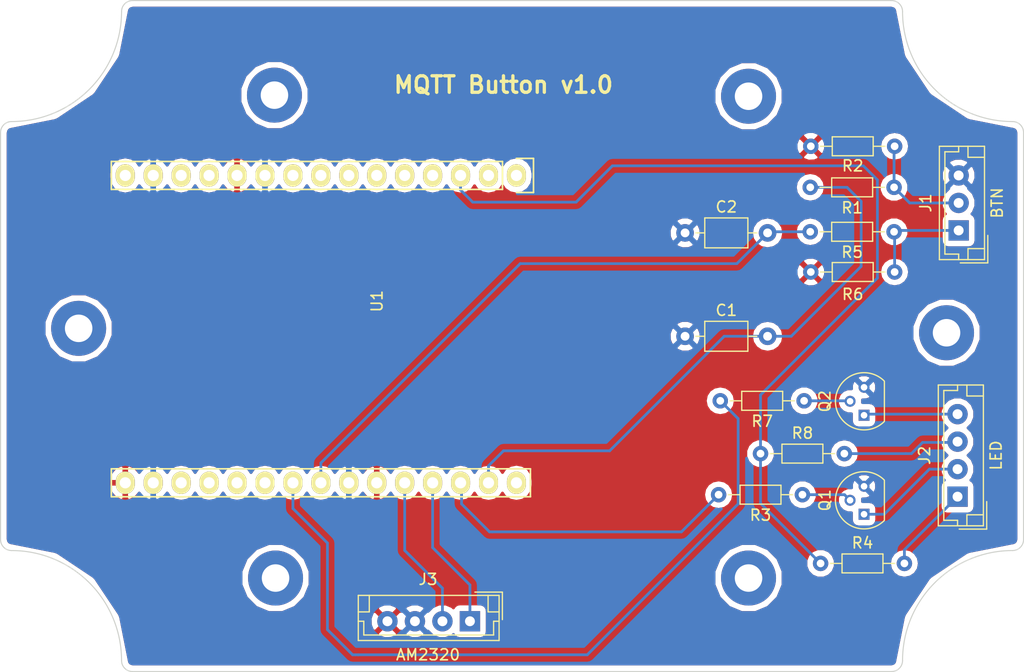
<source format=kicad_pcb>
(kicad_pcb (version 4) (host pcbnew 4.0.6)

  (general
    (links 34)
    (no_connects 0)
    (area 68.549999 70.849999 161.650001 131.950001)
    (thickness 1.6)
    (drawings 17)
    (tracks 73)
    (zones 0)
    (modules 22)
    (nets 18)
  )

  (page A4)
  (title_block
    (title "MQTT Button")
    (rev 1.1)
    (company "Asmund Berge")
    (comment 1 "with 2 buttons, 2 LED's, and a AM2320 temp/humidity sensor")
    (comment 2 "A generic board for nodeMCU v3 (LoLin) ")
  )

  (layers
    (0 F.Cu signal hide)
    (31 B.Cu signal)
    (32 B.Adhes user)
    (33 F.Adhes user)
    (34 B.Paste user)
    (35 F.Paste user)
    (36 B.SilkS user)
    (37 F.SilkS user)
    (38 B.Mask user)
    (39 F.Mask user)
    (40 Dwgs.User user)
    (41 Cmts.User user)
    (42 Eco1.User user)
    (43 Eco2.User user)
    (44 Edge.Cuts user)
    (45 Margin user)
    (46 B.CrtYd user)
    (47 F.CrtYd user)
    (48 B.Fab user)
    (49 F.Fab user)
  )

  (setup
    (last_trace_width 0.25)
    (trace_clearance 0.2)
    (zone_clearance 0.508)
    (zone_45_only no)
    (trace_min 0.2)
    (segment_width 0.2)
    (edge_width 0.1)
    (via_size 0.6)
    (via_drill 0.4)
    (via_min_size 0.4)
    (via_min_drill 0.3)
    (uvia_size 0.3)
    (uvia_drill 0.1)
    (uvias_allowed no)
    (uvia_min_size 0.2)
    (uvia_min_drill 0.1)
    (pcb_text_width 0.3)
    (pcb_text_size 1.5 1.5)
    (mod_edge_width 0.15)
    (mod_text_size 1 1)
    (mod_text_width 0.15)
    (pad_size 1.5 1.5)
    (pad_drill 0.6)
    (pad_to_mask_clearance 0)
    (aux_axis_origin 0 0)
    (grid_origin 68.6 131.9)
    (visible_elements 7FFFFFFF)
    (pcbplotparams
      (layerselection 0x010f0_80000001)
      (usegerberextensions false)
      (excludeedgelayer true)
      (linewidth 0.100000)
      (plotframeref false)
      (viasonmask false)
      (mode 1)
      (useauxorigin false)
      (hpglpennumber 1)
      (hpglpenspeed 20)
      (hpglpendiameter 15)
      (hpglpenoverlay 2)
      (psnegative false)
      (psa4output false)
      (plotreference true)
      (plotvalue true)
      (plotinvisibletext false)
      (padsonsilk false)
      (subtractmaskfromsilk false)
      (outputformat 1)
      (mirror false)
      (drillshape 0)
      (scaleselection 1)
      (outputdirectory gerber/))
  )

  (net 0 "")
  (net 1 GND)
  (net 2 BTN1)
  (net 3 BTN2)
  (net 4 "Net-(J1-Pad1)")
  (net 5 "Net-(J1-Pad2)")
  (net 6 "Net-(J2-Pad1)")
  (net 7 "Net-(J2-Pad2)")
  (net 8 "Net-(J2-Pad3)")
  (net 9 "Net-(J2-Pad4)")
  (net 10 "Net-(J3-Pad1)")
  (net 11 "Net-(J3-Pad2)")
  (net 12 +3V3)
  (net 13 "Net-(Q1-Pad2)")
  (net 14 "Net-(Q2-Pad2)")
  (net 15 LED1)
  (net 16 +5V)
  (net 17 LED2)

  (net_class Default "This is the default net class."
    (clearance 0.2)
    (trace_width 0.25)
    (via_dia 0.6)
    (via_drill 0.4)
    (uvia_dia 0.3)
    (uvia_drill 0.1)
    (add_net +3V3)
    (add_net +5V)
    (add_net BTN1)
    (add_net BTN2)
    (add_net GND)
    (add_net LED1)
    (add_net LED2)
    (add_net "Net-(J1-Pad1)")
    (add_net "Net-(J1-Pad2)")
    (add_net "Net-(J2-Pad1)")
    (add_net "Net-(J2-Pad2)")
    (add_net "Net-(J2-Pad3)")
    (add_net "Net-(J2-Pad4)")
    (add_net "Net-(J3-Pad1)")
    (add_net "Net-(J3-Pad2)")
    (add_net "Net-(Q1-Pad2)")
    (add_net "Net-(Q2-Pad2)")
  )

  (module Capacitors_THT:C_Axial_L3.8mm_D2.6mm_P7.50mm_Horizontal (layer F.Cu) (tedit 5946A8DE) (tstamp 5946A65B)
    (at 130.83 101.42)
    (descr "C, Axial series, Axial, Horizontal, pin pitch=7.5mm, , length*diameter=3.8*2.6mm^2, http://www.vishay.com/docs/45231/arseries.pdf")
    (tags "C Axial series Axial Horizontal pin pitch 7.5mm  length 3.8mm diameter 2.6mm")
    (path /592A988C)
    (fp_text reference C1 (at 3.75 -2.36) (layer F.SilkS)
      (effects (font (size 1 1) (thickness 0.15)))
    )
    (fp_text value 0.1uF (at 3.75 2.36) (layer F.Fab)
      (effects (font (size 1 1) (thickness 0.15)))
    )
    (fp_text user %R (at 3.75 0) (layer F.Fab)
      (effects (font (size 1 1) (thickness 0.15)))
    )
    (fp_line (start 1.85 -1.3) (end 1.85 1.3) (layer F.Fab) (width 0.1))
    (fp_line (start 1.85 1.3) (end 5.65 1.3) (layer F.Fab) (width 0.1))
    (fp_line (start 5.65 1.3) (end 5.65 -1.3) (layer F.Fab) (width 0.1))
    (fp_line (start 5.65 -1.3) (end 1.85 -1.3) (layer F.Fab) (width 0.1))
    (fp_line (start 0 0) (end 1.85 0) (layer F.Fab) (width 0.1))
    (fp_line (start 7.5 0) (end 5.65 0) (layer F.Fab) (width 0.1))
    (fp_line (start 1.79 -1.36) (end 1.79 1.36) (layer F.SilkS) (width 0.12))
    (fp_line (start 1.79 1.36) (end 5.71 1.36) (layer F.SilkS) (width 0.12))
    (fp_line (start 5.71 1.36) (end 5.71 -1.36) (layer F.SilkS) (width 0.12))
    (fp_line (start 5.71 -1.36) (end 1.79 -1.36) (layer F.SilkS) (width 0.12))
    (fp_line (start 0.98 0) (end 1.79 0) (layer F.SilkS) (width 0.12))
    (fp_line (start 6.52 0) (end 5.71 0) (layer F.SilkS) (width 0.12))
    (fp_line (start -1.05 -1.65) (end -1.05 1.65) (layer F.CrtYd) (width 0.05))
    (fp_line (start -1.05 1.65) (end 8.55 1.65) (layer F.CrtYd) (width 0.05))
    (fp_line (start 8.55 1.65) (end 8.55 -1.65) (layer F.CrtYd) (width 0.05))
    (fp_line (start 8.55 -1.65) (end -1.05 -1.65) (layer F.CrtYd) (width 0.05))
    (pad 1 thru_hole circle (at 0 0) (size 1.6 1.6) (drill 0.8) (layers *.Cu *.Mask)
      (net 1 GND))
    (pad 2 thru_hole oval (at 7.5 0) (size 1.6 1.6) (drill 0.8) (layers *.Cu *.Mask)
      (net 2 BTN1))
    (model ${KISYS3DMOD}/Capacitors_THT.3dshapes/C_Axial_L3.8mm_D2.6mm_P7.50mm_Horizontal.wrl
      (at (xyz 0 0 0))
      (scale (xyz 0.393701 0.393701 0.393701))
      (rotate (xyz 0 0 0))
    )
  )

  (module Capacitors_THT:C_Axial_L3.8mm_D2.6mm_P7.50mm_Horizontal (layer F.Cu) (tedit 5947E75E) (tstamp 5946A672)
    (at 130.83 92.022)
    (descr "C, Axial series, Axial, Horizontal, pin pitch=7.5mm, , length*diameter=3.8*2.6mm^2, http://www.vishay.com/docs/45231/arseries.pdf")
    (tags "C Axial series Axial Horizontal pin pitch 7.5mm  length 3.8mm diameter 2.6mm")
    (path /592C05DE)
    (fp_text reference C2 (at 3.75 -2.36) (layer F.SilkS)
      (effects (font (size 1 1) (thickness 0.15)))
    )
    (fp_text value 0.1uF (at 3.75 2.36) (layer F.Fab)
      (effects (font (size 1 1) (thickness 0.15)))
    )
    (fp_text user %R (at 3.67 0.092) (layer F.Fab)
      (effects (font (size 1 1) (thickness 0.15)))
    )
    (fp_line (start 1.85 -1.3) (end 1.85 1.3) (layer F.Fab) (width 0.1))
    (fp_line (start 1.85 1.3) (end 5.65 1.3) (layer F.Fab) (width 0.1))
    (fp_line (start 5.65 1.3) (end 5.65 -1.3) (layer F.Fab) (width 0.1))
    (fp_line (start 5.65 -1.3) (end 1.85 -1.3) (layer F.Fab) (width 0.1))
    (fp_line (start 0 0) (end 1.85 0) (layer F.Fab) (width 0.1))
    (fp_line (start 7.5 0) (end 5.65 0) (layer F.Fab) (width 0.1))
    (fp_line (start 1.79 -1.36) (end 1.79 1.36) (layer F.SilkS) (width 0.12))
    (fp_line (start 1.79 1.36) (end 5.71 1.36) (layer F.SilkS) (width 0.12))
    (fp_line (start 5.71 1.36) (end 5.71 -1.36) (layer F.SilkS) (width 0.12))
    (fp_line (start 5.71 -1.36) (end 1.79 -1.36) (layer F.SilkS) (width 0.12))
    (fp_line (start 0.98 0) (end 1.79 0) (layer F.SilkS) (width 0.12))
    (fp_line (start 6.52 0) (end 5.71 0) (layer F.SilkS) (width 0.12))
    (fp_line (start -1.05 -1.65) (end -1.05 1.65) (layer F.CrtYd) (width 0.05))
    (fp_line (start -1.05 1.65) (end 8.55 1.65) (layer F.CrtYd) (width 0.05))
    (fp_line (start 8.55 1.65) (end 8.55 -1.65) (layer F.CrtYd) (width 0.05))
    (fp_line (start 8.55 -1.65) (end -1.05 -1.65) (layer F.CrtYd) (width 0.05))
    (pad 1 thru_hole circle (at 0 0) (size 1.6 1.6) (drill 0.8) (layers *.Cu *.Mask)
      (net 1 GND))
    (pad 2 thru_hole oval (at 7.5 0) (size 1.6 1.6) (drill 0.8) (layers *.Cu *.Mask)
      (net 3 BTN2))
    (model ${KISYS3DMOD}/Capacitors_THT.3dshapes/C_Axial_L3.8mm_D2.6mm_P7.50mm_Horizontal.wrl
      (at (xyz 0 0 0))
      (scale (xyz 0.393701 0.393701 0.393701))
      (rotate (xyz 0 0 0))
    )
  )

  (module Connectors_JST:JST_EH_B03B-EH-A_03x2.50mm_Straight (layer F.Cu) (tedit 5947F07D) (tstamp 5946A693)
    (at 155.7 91.8 90)
    (descr "JST EH series connector, B03B-EH-A, 2.50mm pitch, top entry")
    (tags "connector jst eh top vertical straight")
    (path /592C250C)
    (fp_text reference J1 (at 2.5 -3 90) (layer F.SilkS)
      (effects (font (size 1 1) (thickness 0.15)))
    )
    (fp_text value BTN (at 2.5 3.5 90) (layer F.SilkS)
      (effects (font (size 1 1) (thickness 0.15)))
    )
    (fp_text user %R (at 2.5 -3 90) (layer F.Fab)
      (effects (font (size 1 1) (thickness 0.15)))
    )
    (fp_line (start -2.5 -1.6) (end -2.5 2.2) (layer F.Fab) (width 0.1))
    (fp_line (start -2.5 2.2) (end 7.5 2.2) (layer F.Fab) (width 0.1))
    (fp_line (start 7.5 2.2) (end 7.5 -1.6) (layer F.Fab) (width 0.1))
    (fp_line (start 7.5 -1.6) (end -2.5 -1.6) (layer F.Fab) (width 0.1))
    (fp_line (start -2.65 -1.75) (end -2.65 2.35) (layer F.SilkS) (width 0.12))
    (fp_line (start -2.65 2.35) (end 7.65 2.35) (layer F.SilkS) (width 0.12))
    (fp_line (start 7.65 2.35) (end 7.65 -1.75) (layer F.SilkS) (width 0.12))
    (fp_line (start 7.65 -1.75) (end -2.65 -1.75) (layer F.SilkS) (width 0.12))
    (fp_line (start -2.65 0) (end -2.15 0) (layer F.SilkS) (width 0.12))
    (fp_line (start -2.15 0) (end -2.15 -1.25) (layer F.SilkS) (width 0.12))
    (fp_line (start -2.15 -1.25) (end 7.15 -1.25) (layer F.SilkS) (width 0.12))
    (fp_line (start 7.15 -1.25) (end 7.15 0) (layer F.SilkS) (width 0.12))
    (fp_line (start 7.15 0) (end 7.65 0) (layer F.SilkS) (width 0.12))
    (fp_line (start -2.65 0.85) (end -1.65 0.85) (layer F.SilkS) (width 0.12))
    (fp_line (start -1.65 0.85) (end -1.65 2.35) (layer F.SilkS) (width 0.12))
    (fp_line (start 7.65 0.85) (end 6.65 0.85) (layer F.SilkS) (width 0.12))
    (fp_line (start 6.65 0.85) (end 6.65 2.35) (layer F.SilkS) (width 0.12))
    (fp_line (start -2.95 0.15) (end -2.95 2.65) (layer F.SilkS) (width 0.12))
    (fp_line (start -2.95 2.65) (end -0.45 2.65) (layer F.SilkS) (width 0.12))
    (fp_line (start -2.95 0.15) (end -2.95 2.65) (layer F.Fab) (width 0.1))
    (fp_line (start -2.95 2.65) (end -0.45 2.65) (layer F.Fab) (width 0.1))
    (fp_line (start -3.15 -2.25) (end -3.15 2.85) (layer F.CrtYd) (width 0.05))
    (fp_line (start -3.15 2.85) (end 8.15 2.85) (layer F.CrtYd) (width 0.05))
    (fp_line (start 8.15 2.85) (end 8.15 -2.25) (layer F.CrtYd) (width 0.05))
    (fp_line (start 8.15 -2.25) (end -3.15 -2.25) (layer F.CrtYd) (width 0.05))
    (pad 1 thru_hole rect (at 0 0 90) (size 1.85 1.85) (drill 0.9) (layers *.Cu *.Mask)
      (net 4 "Net-(J1-Pad1)"))
    (pad 2 thru_hole circle (at 2.5 0 90) (size 1.85 1.85) (drill 0.9) (layers *.Cu *.Mask)
      (net 5 "Net-(J1-Pad2)"))
    (pad 3 thru_hole circle (at 5 0 90) (size 1.85 1.85) (drill 0.9) (layers *.Cu *.Mask)
      (net 1 GND))
    (model Connectors_JST.3dshapes/JST_EH_B03B-EH-A_03x2.50mm_Straight.wrl
      (at (xyz 0 0 0))
      (scale (xyz 1 1 1))
      (rotate (xyz 0 0 0))
    )
  )

  (module Connectors_JST:JST_EH_B04B-EH-A_04x2.50mm_Straight (layer F.Cu) (tedit 5947F075) (tstamp 5946A6B5)
    (at 155.6 116 90)
    (descr "JST EH series connector, B04B-EH-A, 2.50mm pitch, top entry")
    (tags "connector jst eh top vertical straight")
    (path /592C2992)
    (fp_text reference J2 (at 3.75 -3 90) (layer F.SilkS)
      (effects (font (size 1 1) (thickness 0.15)))
    )
    (fp_text value LED (at 3.75 3.5 90) (layer F.SilkS)
      (effects (font (size 1 1) (thickness 0.15)))
    )
    (fp_text user %R (at 3.75 -3 90) (layer F.Fab)
      (effects (font (size 1 1) (thickness 0.15)))
    )
    (fp_line (start -2.5 -1.6) (end -2.5 2.2) (layer F.Fab) (width 0.1))
    (fp_line (start -2.5 2.2) (end 10 2.2) (layer F.Fab) (width 0.1))
    (fp_line (start 10 2.2) (end 10 -1.6) (layer F.Fab) (width 0.1))
    (fp_line (start 10 -1.6) (end -2.5 -1.6) (layer F.Fab) (width 0.1))
    (fp_line (start -2.65 -1.75) (end -2.65 2.35) (layer F.SilkS) (width 0.12))
    (fp_line (start -2.65 2.35) (end 10.15 2.35) (layer F.SilkS) (width 0.12))
    (fp_line (start 10.15 2.35) (end 10.15 -1.75) (layer F.SilkS) (width 0.12))
    (fp_line (start 10.15 -1.75) (end -2.65 -1.75) (layer F.SilkS) (width 0.12))
    (fp_line (start -2.65 0) (end -2.15 0) (layer F.SilkS) (width 0.12))
    (fp_line (start -2.15 0) (end -2.15 -1.25) (layer F.SilkS) (width 0.12))
    (fp_line (start -2.15 -1.25) (end 9.65 -1.25) (layer F.SilkS) (width 0.12))
    (fp_line (start 9.65 -1.25) (end 9.65 0) (layer F.SilkS) (width 0.12))
    (fp_line (start 9.65 0) (end 10.15 0) (layer F.SilkS) (width 0.12))
    (fp_line (start -2.65 0.85) (end -1.65 0.85) (layer F.SilkS) (width 0.12))
    (fp_line (start -1.65 0.85) (end -1.65 2.35) (layer F.SilkS) (width 0.12))
    (fp_line (start 10.15 0.85) (end 9.15 0.85) (layer F.SilkS) (width 0.12))
    (fp_line (start 9.15 0.85) (end 9.15 2.35) (layer F.SilkS) (width 0.12))
    (fp_line (start -2.95 0.15) (end -2.95 2.65) (layer F.SilkS) (width 0.12))
    (fp_line (start -2.95 2.65) (end -0.45 2.65) (layer F.SilkS) (width 0.12))
    (fp_line (start -2.95 0.15) (end -2.95 2.65) (layer F.Fab) (width 0.1))
    (fp_line (start -2.95 2.65) (end -0.45 2.65) (layer F.Fab) (width 0.1))
    (fp_line (start -3.15 -2.25) (end -3.15 2.85) (layer F.CrtYd) (width 0.05))
    (fp_line (start -3.15 2.85) (end 10.65 2.85) (layer F.CrtYd) (width 0.05))
    (fp_line (start 10.65 2.85) (end 10.65 -2.25) (layer F.CrtYd) (width 0.05))
    (fp_line (start 10.65 -2.25) (end -3.15 -2.25) (layer F.CrtYd) (width 0.05))
    (pad 1 thru_hole rect (at 0 0 90) (size 1.85 1.85) (drill 0.9) (layers *.Cu *.Mask)
      (net 6 "Net-(J2-Pad1)"))
    (pad 2 thru_hole circle (at 2.5 0 90) (size 1.85 1.85) (drill 0.9) (layers *.Cu *.Mask)
      (net 7 "Net-(J2-Pad2)"))
    (pad 3 thru_hole circle (at 5 0 90) (size 1.85 1.85) (drill 0.9) (layers *.Cu *.Mask)
      (net 8 "Net-(J2-Pad3)"))
    (pad 4 thru_hole circle (at 7.5 0 90) (size 1.85 1.85) (drill 0.9) (layers *.Cu *.Mask)
      (net 9 "Net-(J2-Pad4)"))
    (model Connectors_JST.3dshapes/JST_EH_B04B-EH-A_04x2.50mm_Straight.wrl
      (at (xyz 0 0 0))
      (scale (xyz 1 1 1))
      (rotate (xyz 0 0 0))
    )
  )

  (module Connectors_JST:JST_EH_B04B-EH-A_04x2.50mm_Straight (layer F.Cu) (tedit 5947F06A) (tstamp 5946A6D7)
    (at 111.272 127.328 180)
    (descr "JST EH series connector, B04B-EH-A, 2.50mm pitch, top entry")
    (tags "connector jst eh top vertical straight")
    (path /592BFD00)
    (fp_text reference J3 (at 3.81 3.81 180) (layer F.SilkS)
      (effects (font (size 1 1) (thickness 0.15)))
    )
    (fp_text value AM2320 (at 3.81 -3.048 180) (layer F.SilkS)
      (effects (font (size 1 1) (thickness 0.15)))
    )
    (fp_text user %R (at 3.81 3.81 180) (layer F.Fab)
      (effects (font (size 1 1) (thickness 0.15)))
    )
    (fp_line (start -2.5 -1.6) (end -2.5 2.2) (layer F.Fab) (width 0.1))
    (fp_line (start -2.5 2.2) (end 10 2.2) (layer F.Fab) (width 0.1))
    (fp_line (start 10 2.2) (end 10 -1.6) (layer F.Fab) (width 0.1))
    (fp_line (start 10 -1.6) (end -2.5 -1.6) (layer F.Fab) (width 0.1))
    (fp_line (start -2.65 -1.75) (end -2.65 2.35) (layer F.SilkS) (width 0.12))
    (fp_line (start -2.65 2.35) (end 10.15 2.35) (layer F.SilkS) (width 0.12))
    (fp_line (start 10.15 2.35) (end 10.15 -1.75) (layer F.SilkS) (width 0.12))
    (fp_line (start 10.15 -1.75) (end -2.65 -1.75) (layer F.SilkS) (width 0.12))
    (fp_line (start -2.65 0) (end -2.15 0) (layer F.SilkS) (width 0.12))
    (fp_line (start -2.15 0) (end -2.15 -1.25) (layer F.SilkS) (width 0.12))
    (fp_line (start -2.15 -1.25) (end 9.65 -1.25) (layer F.SilkS) (width 0.12))
    (fp_line (start 9.65 -1.25) (end 9.65 0) (layer F.SilkS) (width 0.12))
    (fp_line (start 9.65 0) (end 10.15 0) (layer F.SilkS) (width 0.12))
    (fp_line (start -2.65 0.85) (end -1.65 0.85) (layer F.SilkS) (width 0.12))
    (fp_line (start -1.65 0.85) (end -1.65 2.35) (layer F.SilkS) (width 0.12))
    (fp_line (start 10.15 0.85) (end 9.15 0.85) (layer F.SilkS) (width 0.12))
    (fp_line (start 9.15 0.85) (end 9.15 2.35) (layer F.SilkS) (width 0.12))
    (fp_line (start -2.95 0.15) (end -2.95 2.65) (layer F.SilkS) (width 0.12))
    (fp_line (start -2.95 2.65) (end -0.45 2.65) (layer F.SilkS) (width 0.12))
    (fp_line (start -2.95 0.15) (end -2.95 2.65) (layer F.Fab) (width 0.1))
    (fp_line (start -2.95 2.65) (end -0.45 2.65) (layer F.Fab) (width 0.1))
    (fp_line (start -3.15 -2.25) (end -3.15 2.85) (layer F.CrtYd) (width 0.05))
    (fp_line (start -3.15 2.85) (end 10.65 2.85) (layer F.CrtYd) (width 0.05))
    (fp_line (start 10.65 2.85) (end 10.65 -2.25) (layer F.CrtYd) (width 0.05))
    (fp_line (start 10.65 -2.25) (end -3.15 -2.25) (layer F.CrtYd) (width 0.05))
    (pad 1 thru_hole rect (at 0 0 180) (size 1.85 1.85) (drill 0.9) (layers *.Cu *.Mask)
      (net 10 "Net-(J3-Pad1)"))
    (pad 2 thru_hole circle (at 2.5 0 180) (size 1.85 1.85) (drill 0.9) (layers *.Cu *.Mask)
      (net 11 "Net-(J3-Pad2)"))
    (pad 3 thru_hole circle (at 5 0 180) (size 1.85 1.85) (drill 0.9) (layers *.Cu *.Mask)
      (net 1 GND))
    (pad 4 thru_hole circle (at 7.5 0 180) (size 1.85 1.85) (drill 0.9) (layers *.Cu *.Mask)
      (net 12 +3V3))
    (model Connectors_JST.3dshapes/JST_EH_B04B-EH-A_04x2.50mm_Straight.wrl
      (at (xyz 0 0 0))
      (scale (xyz 1 1 1))
      (rotate (xyz 0 0 0))
    )
  )

  (module TO_SOT_Packages_THT:TO-92_Molded_Narrow (layer F.Cu) (tedit 5946A896) (tstamp 5946A6E9)
    (at 147.1 117.6 90)
    (descr "TO-92 leads molded, narrow, drill 0.6mm (see NXP sot054_po.pdf)")
    (tags "to-92 sc-43 sc-43a sot54 PA33 transistor")
    (path /592AAF6C)
    (fp_text reference Q1 (at 1.27 -3.56 90) (layer F.SilkS)
      (effects (font (size 1 1) (thickness 0.15)))
    )
    (fp_text value BC547 (at 1.27 2.79 90) (layer F.Fab)
      (effects (font (size 1 1) (thickness 0.15)))
    )
    (fp_text user %R (at 1.27 -3.56 90) (layer F.Fab)
      (effects (font (size 1 1) (thickness 0.15)))
    )
    (fp_line (start -0.53 1.85) (end 3.07 1.85) (layer F.SilkS) (width 0.12))
    (fp_line (start -0.5 1.75) (end 3 1.75) (layer F.Fab) (width 0.1))
    (fp_line (start -1.46 -2.73) (end 4 -2.73) (layer F.CrtYd) (width 0.05))
    (fp_line (start -1.46 -2.73) (end -1.46 2.01) (layer F.CrtYd) (width 0.05))
    (fp_line (start 4 2.01) (end 4 -2.73) (layer F.CrtYd) (width 0.05))
    (fp_line (start 4 2.01) (end -1.46 2.01) (layer F.CrtYd) (width 0.05))
    (fp_arc (start 1.27 0) (end 1.27 -2.48) (angle 135) (layer F.Fab) (width 0.1))
    (fp_arc (start 1.27 0) (end 1.27 -2.6) (angle -135) (layer F.SilkS) (width 0.12))
    (fp_arc (start 1.27 0) (end 1.27 -2.48) (angle -135) (layer F.Fab) (width 0.1))
    (fp_arc (start 1.27 0) (end 1.27 -2.6) (angle 135) (layer F.SilkS) (width 0.12))
    (pad 2 thru_hole circle (at 1.27 -1.27 180) (size 1 1) (drill 0.6) (layers *.Cu *.Mask)
      (net 13 "Net-(Q1-Pad2)"))
    (pad 3 thru_hole circle (at 2.54 0 180) (size 1 1) (drill 0.6) (layers *.Cu *.Mask)
      (net 1 GND))
    (pad 1 thru_hole rect (at 0 0 180) (size 1 1) (drill 0.6) (layers *.Cu *.Mask)
      (net 7 "Net-(J2-Pad2)"))
    (model ${KISYS3DMOD}/TO_SOT_Packages_THT.3dshapes/TO-92_Molded_Narrow.wrl
      (at (xyz 0.05 0 0))
      (scale (xyz 1 1 1))
      (rotate (xyz 0 0 -90))
    )
  )

  (module TO_SOT_Packages_THT:TO-92_Molded_Narrow (layer F.Cu) (tedit 5946A899) (tstamp 5946A6FB)
    (at 147.1 108.6 90)
    (descr "TO-92 leads molded, narrow, drill 0.6mm (see NXP sot054_po.pdf)")
    (tags "to-92 sc-43 sc-43a sot54 PA33 transistor")
    (path /592C0605)
    (fp_text reference Q2 (at 1.27 -3.56 90) (layer F.SilkS)
      (effects (font (size 1 1) (thickness 0.15)))
    )
    (fp_text value BC547 (at 1.27 2.79 90) (layer F.Fab)
      (effects (font (size 1 1) (thickness 0.15)))
    )
    (fp_text user %R (at 1.27 -3.56 90) (layer F.Fab)
      (effects (font (size 1 1) (thickness 0.15)))
    )
    (fp_line (start -0.53 1.85) (end 3.07 1.85) (layer F.SilkS) (width 0.12))
    (fp_line (start -0.5 1.75) (end 3 1.75) (layer F.Fab) (width 0.1))
    (fp_line (start -1.46 -2.73) (end 4 -2.73) (layer F.CrtYd) (width 0.05))
    (fp_line (start -1.46 -2.73) (end -1.46 2.01) (layer F.CrtYd) (width 0.05))
    (fp_line (start 4 2.01) (end 4 -2.73) (layer F.CrtYd) (width 0.05))
    (fp_line (start 4 2.01) (end -1.46 2.01) (layer F.CrtYd) (width 0.05))
    (fp_arc (start 1.27 0) (end 1.27 -2.48) (angle 135) (layer F.Fab) (width 0.1))
    (fp_arc (start 1.27 0) (end 1.27 -2.6) (angle -135) (layer F.SilkS) (width 0.12))
    (fp_arc (start 1.27 0) (end 1.27 -2.48) (angle -135) (layer F.Fab) (width 0.1))
    (fp_arc (start 1.27 0) (end 1.27 -2.6) (angle 135) (layer F.SilkS) (width 0.12))
    (pad 2 thru_hole circle (at 1.27 -1.27 180) (size 1 1) (drill 0.6) (layers *.Cu *.Mask)
      (net 14 "Net-(Q2-Pad2)"))
    (pad 3 thru_hole circle (at 2.54 0 180) (size 1 1) (drill 0.6) (layers *.Cu *.Mask)
      (net 1 GND))
    (pad 1 thru_hole rect (at 0 0 180) (size 1 1) (drill 0.6) (layers *.Cu *.Mask)
      (net 9 "Net-(J2-Pad4)"))
    (model ${KISYS3DMOD}/TO_SOT_Packages_THT.3dshapes/TO-92_Molded_Narrow.wrl
      (at (xyz 0.05 0 0))
      (scale (xyz 1 1 1))
      (rotate (xyz 0 0 -90))
    )
  )

  (module Resistors_THT:R_Axial_DIN0204_L3.6mm_D1.6mm_P7.62mm_Horizontal (layer F.Cu) (tedit 5946A8CD) (tstamp 5946A711)
    (at 149.8292 87.8818 180)
    (descr "Resistor, Axial_DIN0204 series, Axial, Horizontal, pin pitch=7.62mm, 0.16666666666666666W = 1/6W, length*diameter=3.6*1.6mm^2, http://cdn-reichelt.de/documents/datenblatt/B400/1_4W%23YAG.pdf")
    (tags "Resistor Axial_DIN0204 series Axial Horizontal pin pitch 7.62mm 0.16666666666666666W = 1/6W length 3.6mm diameter 1.6mm")
    (path /592A98FB)
    (fp_text reference R1 (at 3.81 -1.86 180) (layer F.SilkS)
      (effects (font (size 1 1) (thickness 0.15)))
    )
    (fp_text value 10K (at 3.81 1.86 180) (layer F.Fab)
      (effects (font (size 1 1) (thickness 0.15)))
    )
    (fp_line (start 2.01 -0.8) (end 2.01 0.8) (layer F.Fab) (width 0.1))
    (fp_line (start 2.01 0.8) (end 5.61 0.8) (layer F.Fab) (width 0.1))
    (fp_line (start 5.61 0.8) (end 5.61 -0.8) (layer F.Fab) (width 0.1))
    (fp_line (start 5.61 -0.8) (end 2.01 -0.8) (layer F.Fab) (width 0.1))
    (fp_line (start 0 0) (end 2.01 0) (layer F.Fab) (width 0.1))
    (fp_line (start 7.62 0) (end 5.61 0) (layer F.Fab) (width 0.1))
    (fp_line (start 1.95 -0.86) (end 1.95 0.86) (layer F.SilkS) (width 0.12))
    (fp_line (start 1.95 0.86) (end 5.67 0.86) (layer F.SilkS) (width 0.12))
    (fp_line (start 5.67 0.86) (end 5.67 -0.86) (layer F.SilkS) (width 0.12))
    (fp_line (start 5.67 -0.86) (end 1.95 -0.86) (layer F.SilkS) (width 0.12))
    (fp_line (start 0.88 0) (end 1.95 0) (layer F.SilkS) (width 0.12))
    (fp_line (start 6.74 0) (end 5.67 0) (layer F.SilkS) (width 0.12))
    (fp_line (start -0.95 -1.15) (end -0.95 1.15) (layer F.CrtYd) (width 0.05))
    (fp_line (start -0.95 1.15) (end 8.6 1.15) (layer F.CrtYd) (width 0.05))
    (fp_line (start 8.6 1.15) (end 8.6 -1.15) (layer F.CrtYd) (width 0.05))
    (fp_line (start 8.6 -1.15) (end -0.95 -1.15) (layer F.CrtYd) (width 0.05))
    (pad 1 thru_hole circle (at 0 0 180) (size 1.4 1.4) (drill 0.7) (layers *.Cu *.Mask)
      (net 5 "Net-(J1-Pad2)"))
    (pad 2 thru_hole oval (at 7.62 0 180) (size 1.4 1.4) (drill 0.7) (layers *.Cu *.Mask)
      (net 2 BTN1))
    (model Resistors_THT.3dshapes/R_Axial_DIN0204_L3.6mm_D1.6mm_P7.62mm_Horizontal.wrl
      (at (xyz 0 0 0))
      (scale (xyz 0.393701 0.393701 0.393701))
      (rotate (xyz 0 0 0))
    )
  )

  (module Resistors_THT:R_Axial_DIN0204_L3.6mm_D1.6mm_P7.62mm_Horizontal (layer F.Cu) (tedit 5946A8B3) (tstamp 5946A727)
    (at 142.26 84.148)
    (descr "Resistor, Axial_DIN0204 series, Axial, Horizontal, pin pitch=7.62mm, 0.16666666666666666W = 1/6W, length*diameter=3.6*1.6mm^2, http://cdn-reichelt.de/documents/datenblatt/B400/1_4W%23YAG.pdf")
    (tags "Resistor Axial_DIN0204 series Axial Horizontal pin pitch 7.62mm 0.16666666666666666W = 1/6W length 3.6mm diameter 1.6mm")
    (path /592A9936)
    (fp_text reference R2 (at 3.81 1.778) (layer F.SilkS)
      (effects (font (size 1 1) (thickness 0.15)))
    )
    (fp_text value 100K (at 3.81 1.86) (layer F.Fab)
      (effects (font (size 1 1) (thickness 0.15)))
    )
    (fp_line (start 2.01 -0.8) (end 2.01 0.8) (layer F.Fab) (width 0.1))
    (fp_line (start 2.01 0.8) (end 5.61 0.8) (layer F.Fab) (width 0.1))
    (fp_line (start 5.61 0.8) (end 5.61 -0.8) (layer F.Fab) (width 0.1))
    (fp_line (start 5.61 -0.8) (end 2.01 -0.8) (layer F.Fab) (width 0.1))
    (fp_line (start 0 0) (end 2.01 0) (layer F.Fab) (width 0.1))
    (fp_line (start 7.62 0) (end 5.61 0) (layer F.Fab) (width 0.1))
    (fp_line (start 1.95 -0.86) (end 1.95 0.86) (layer F.SilkS) (width 0.12))
    (fp_line (start 1.95 0.86) (end 5.67 0.86) (layer F.SilkS) (width 0.12))
    (fp_line (start 5.67 0.86) (end 5.67 -0.86) (layer F.SilkS) (width 0.12))
    (fp_line (start 5.67 -0.86) (end 1.95 -0.86) (layer F.SilkS) (width 0.12))
    (fp_line (start 0.88 0) (end 1.95 0) (layer F.SilkS) (width 0.12))
    (fp_line (start 6.74 0) (end 5.67 0) (layer F.SilkS) (width 0.12))
    (fp_line (start -0.95 -1.15) (end -0.95 1.15) (layer F.CrtYd) (width 0.05))
    (fp_line (start -0.95 1.15) (end 8.6 1.15) (layer F.CrtYd) (width 0.05))
    (fp_line (start 8.6 1.15) (end 8.6 -1.15) (layer F.CrtYd) (width 0.05))
    (fp_line (start 8.6 -1.15) (end -0.95 -1.15) (layer F.CrtYd) (width 0.05))
    (pad 1 thru_hole circle (at 0 0) (size 1.4 1.4) (drill 0.7) (layers *.Cu *.Mask)
      (net 12 +3V3))
    (pad 2 thru_hole oval (at 7.62 0) (size 1.4 1.4) (drill 0.7) (layers *.Cu *.Mask)
      (net 5 "Net-(J1-Pad2)"))
    (model Resistors_THT.3dshapes/R_Axial_DIN0204_L3.6mm_D1.6mm_P7.62mm_Horizontal.wrl
      (at (xyz 0 0 0))
      (scale (xyz 0.393701 0.393701 0.393701))
      (rotate (xyz 0 0 0))
    )
  )

  (module Resistors_THT:R_Axial_DIN0204_L3.6mm_D1.6mm_P7.62mm_Horizontal (layer F.Cu) (tedit 5946A8C8) (tstamp 5946A73D)
    (at 141.498 115.8218 180)
    (descr "Resistor, Axial_DIN0204 series, Axial, Horizontal, pin pitch=7.62mm, 0.16666666666666666W = 1/6W, length*diameter=3.6*1.6mm^2, http://cdn-reichelt.de/documents/datenblatt/B400/1_4W%23YAG.pdf")
    (tags "Resistor Axial_DIN0204 series Axial Horizontal pin pitch 7.62mm 0.16666666666666666W = 1/6W length 3.6mm diameter 1.6mm")
    (path /592AAFC1)
    (fp_text reference R3 (at 3.81 -1.86 180) (layer F.SilkS)
      (effects (font (size 1 1) (thickness 0.15)))
    )
    (fp_text value R (at 3.81 1.86 180) (layer F.Fab)
      (effects (font (size 1 1) (thickness 0.15)))
    )
    (fp_line (start 2.01 -0.8) (end 2.01 0.8) (layer F.Fab) (width 0.1))
    (fp_line (start 2.01 0.8) (end 5.61 0.8) (layer F.Fab) (width 0.1))
    (fp_line (start 5.61 0.8) (end 5.61 -0.8) (layer F.Fab) (width 0.1))
    (fp_line (start 5.61 -0.8) (end 2.01 -0.8) (layer F.Fab) (width 0.1))
    (fp_line (start 0 0) (end 2.01 0) (layer F.Fab) (width 0.1))
    (fp_line (start 7.62 0) (end 5.61 0) (layer F.Fab) (width 0.1))
    (fp_line (start 1.95 -0.86) (end 1.95 0.86) (layer F.SilkS) (width 0.12))
    (fp_line (start 1.95 0.86) (end 5.67 0.86) (layer F.SilkS) (width 0.12))
    (fp_line (start 5.67 0.86) (end 5.67 -0.86) (layer F.SilkS) (width 0.12))
    (fp_line (start 5.67 -0.86) (end 1.95 -0.86) (layer F.SilkS) (width 0.12))
    (fp_line (start 0.88 0) (end 1.95 0) (layer F.SilkS) (width 0.12))
    (fp_line (start 6.74 0) (end 5.67 0) (layer F.SilkS) (width 0.12))
    (fp_line (start -0.95 -1.15) (end -0.95 1.15) (layer F.CrtYd) (width 0.05))
    (fp_line (start -0.95 1.15) (end 8.6 1.15) (layer F.CrtYd) (width 0.05))
    (fp_line (start 8.6 1.15) (end 8.6 -1.15) (layer F.CrtYd) (width 0.05))
    (fp_line (start 8.6 -1.15) (end -0.95 -1.15) (layer F.CrtYd) (width 0.05))
    (pad 1 thru_hole circle (at 0 0 180) (size 1.4 1.4) (drill 0.7) (layers *.Cu *.Mask)
      (net 13 "Net-(Q1-Pad2)"))
    (pad 2 thru_hole oval (at 7.62 0 180) (size 1.4 1.4) (drill 0.7) (layers *.Cu *.Mask)
      (net 15 LED1))
    (model Resistors_THT.3dshapes/R_Axial_DIN0204_L3.6mm_D1.6mm_P7.62mm_Horizontal.wrl
      (at (xyz 0 0 0))
      (scale (xyz 0.393701 0.393701 0.393701))
      (rotate (xyz 0 0 0))
    )
  )

  (module Resistors_THT:R_Axial_DIN0204_L3.6mm_D1.6mm_P7.62mm_Horizontal (layer F.Cu) (tedit 5946A8AB) (tstamp 5946A753)
    (at 143.149 122.0702)
    (descr "Resistor, Axial_DIN0204 series, Axial, Horizontal, pin pitch=7.62mm, 0.16666666666666666W = 1/6W, length*diameter=3.6*1.6mm^2, http://cdn-reichelt.de/documents/datenblatt/B400/1_4W%23YAG.pdf")
    (tags "Resistor Axial_DIN0204 series Axial Horizontal pin pitch 7.62mm 0.16666666666666666W = 1/6W length 3.6mm diameter 1.6mm")
    (path /592AB02F)
    (fp_text reference R4 (at 3.81 -1.86) (layer F.SilkS)
      (effects (font (size 1 1) (thickness 0.15)))
    )
    (fp_text value R (at 3.81 1.86) (layer F.Fab)
      (effects (font (size 1 1) (thickness 0.15)))
    )
    (fp_line (start 2.01 -0.8) (end 2.01 0.8) (layer F.Fab) (width 0.1))
    (fp_line (start 2.01 0.8) (end 5.61 0.8) (layer F.Fab) (width 0.1))
    (fp_line (start 5.61 0.8) (end 5.61 -0.8) (layer F.Fab) (width 0.1))
    (fp_line (start 5.61 -0.8) (end 2.01 -0.8) (layer F.Fab) (width 0.1))
    (fp_line (start 0 0) (end 2.01 0) (layer F.Fab) (width 0.1))
    (fp_line (start 7.62 0) (end 5.61 0) (layer F.Fab) (width 0.1))
    (fp_line (start 1.95 -0.86) (end 1.95 0.86) (layer F.SilkS) (width 0.12))
    (fp_line (start 1.95 0.86) (end 5.67 0.86) (layer F.SilkS) (width 0.12))
    (fp_line (start 5.67 0.86) (end 5.67 -0.86) (layer F.SilkS) (width 0.12))
    (fp_line (start 5.67 -0.86) (end 1.95 -0.86) (layer F.SilkS) (width 0.12))
    (fp_line (start 0.88 0) (end 1.95 0) (layer F.SilkS) (width 0.12))
    (fp_line (start 6.74 0) (end 5.67 0) (layer F.SilkS) (width 0.12))
    (fp_line (start -0.95 -1.15) (end -0.95 1.15) (layer F.CrtYd) (width 0.05))
    (fp_line (start -0.95 1.15) (end 8.6 1.15) (layer F.CrtYd) (width 0.05))
    (fp_line (start 8.6 1.15) (end 8.6 -1.15) (layer F.CrtYd) (width 0.05))
    (fp_line (start 8.6 -1.15) (end -0.95 -1.15) (layer F.CrtYd) (width 0.05))
    (pad 1 thru_hole circle (at 0 0) (size 1.4 1.4) (drill 0.7) (layers *.Cu *.Mask)
      (net 16 +5V))
    (pad 2 thru_hole oval (at 7.62 0) (size 1.4 1.4) (drill 0.7) (layers *.Cu *.Mask)
      (net 6 "Net-(J2-Pad1)"))
    (model Resistors_THT.3dshapes/R_Axial_DIN0204_L3.6mm_D1.6mm_P7.62mm_Horizontal.wrl
      (at (xyz 0 0 0))
      (scale (xyz 0.393701 0.393701 0.393701))
      (rotate (xyz 0 0 0))
    )
  )

  (module Resistors_THT:R_Axial_DIN0204_L3.6mm_D1.6mm_P7.62mm_Horizontal (layer F.Cu) (tedit 5946A8C2) (tstamp 5946A769)
    (at 149.8292 91.9204 180)
    (descr "Resistor, Axial_DIN0204 series, Axial, Horizontal, pin pitch=7.62mm, 0.16666666666666666W = 1/6W, length*diameter=3.6*1.6mm^2, http://cdn-reichelt.de/documents/datenblatt/B400/1_4W%23YAG.pdf")
    (tags "Resistor Axial_DIN0204 series Axial Horizontal pin pitch 7.62mm 0.16666666666666666W = 1/6W length 3.6mm diameter 1.6mm")
    (path /592C05EA)
    (fp_text reference R5 (at 3.81 -1.86 180) (layer F.SilkS)
      (effects (font (size 1 1) (thickness 0.15)))
    )
    (fp_text value 10K (at 3.81 1.86 180) (layer F.Fab)
      (effects (font (size 1 1) (thickness 0.15)))
    )
    (fp_line (start 2.01 -0.8) (end 2.01 0.8) (layer F.Fab) (width 0.1))
    (fp_line (start 2.01 0.8) (end 5.61 0.8) (layer F.Fab) (width 0.1))
    (fp_line (start 5.61 0.8) (end 5.61 -0.8) (layer F.Fab) (width 0.1))
    (fp_line (start 5.61 -0.8) (end 2.01 -0.8) (layer F.Fab) (width 0.1))
    (fp_line (start 0 0) (end 2.01 0) (layer F.Fab) (width 0.1))
    (fp_line (start 7.62 0) (end 5.61 0) (layer F.Fab) (width 0.1))
    (fp_line (start 1.95 -0.86) (end 1.95 0.86) (layer F.SilkS) (width 0.12))
    (fp_line (start 1.95 0.86) (end 5.67 0.86) (layer F.SilkS) (width 0.12))
    (fp_line (start 5.67 0.86) (end 5.67 -0.86) (layer F.SilkS) (width 0.12))
    (fp_line (start 5.67 -0.86) (end 1.95 -0.86) (layer F.SilkS) (width 0.12))
    (fp_line (start 0.88 0) (end 1.95 0) (layer F.SilkS) (width 0.12))
    (fp_line (start 6.74 0) (end 5.67 0) (layer F.SilkS) (width 0.12))
    (fp_line (start -0.95 -1.15) (end -0.95 1.15) (layer F.CrtYd) (width 0.05))
    (fp_line (start -0.95 1.15) (end 8.6 1.15) (layer F.CrtYd) (width 0.05))
    (fp_line (start 8.6 1.15) (end 8.6 -1.15) (layer F.CrtYd) (width 0.05))
    (fp_line (start 8.6 -1.15) (end -0.95 -1.15) (layer F.CrtYd) (width 0.05))
    (pad 1 thru_hole circle (at 0 0 180) (size 1.4 1.4) (drill 0.7) (layers *.Cu *.Mask)
      (net 4 "Net-(J1-Pad1)"))
    (pad 2 thru_hole oval (at 7.62 0 180) (size 1.4 1.4) (drill 0.7) (layers *.Cu *.Mask)
      (net 3 BTN2))
    (model Resistors_THT.3dshapes/R_Axial_DIN0204_L3.6mm_D1.6mm_P7.62mm_Horizontal.wrl
      (at (xyz 0 0 0))
      (scale (xyz 0.393701 0.393701 0.393701))
      (rotate (xyz 0 0 0))
    )
  )

  (module Resistors_THT:R_Axial_DIN0204_L3.6mm_D1.6mm_P7.62mm_Horizontal (layer F.Cu) (tedit 5946A887) (tstamp 5946A77F)
    (at 142.26 95.578)
    (descr "Resistor, Axial_DIN0204 series, Axial, Horizontal, pin pitch=7.62mm, 0.16666666666666666W = 1/6W, length*diameter=3.6*1.6mm^2, http://cdn-reichelt.de/documents/datenblatt/B400/1_4W%23YAG.pdf")
    (tags "Resistor Axial_DIN0204 series Axial Horizontal pin pitch 7.62mm 0.16666666666666666W = 1/6W length 3.6mm diameter 1.6mm")
    (path /592C05F0)
    (fp_text reference R6 (at 3.81 2.032) (layer F.SilkS)
      (effects (font (size 1 1) (thickness 0.15)))
    )
    (fp_text value 100K (at 3.81 1.86) (layer F.Fab)
      (effects (font (size 1 1) (thickness 0.15)))
    )
    (fp_line (start 2.01 -0.8) (end 2.01 0.8) (layer F.Fab) (width 0.1))
    (fp_line (start 2.01 0.8) (end 5.61 0.8) (layer F.Fab) (width 0.1))
    (fp_line (start 5.61 0.8) (end 5.61 -0.8) (layer F.Fab) (width 0.1))
    (fp_line (start 5.61 -0.8) (end 2.01 -0.8) (layer F.Fab) (width 0.1))
    (fp_line (start 0 0) (end 2.01 0) (layer F.Fab) (width 0.1))
    (fp_line (start 7.62 0) (end 5.61 0) (layer F.Fab) (width 0.1))
    (fp_line (start 1.95 -0.86) (end 1.95 0.86) (layer F.SilkS) (width 0.12))
    (fp_line (start 1.95 0.86) (end 5.67 0.86) (layer F.SilkS) (width 0.12))
    (fp_line (start 5.67 0.86) (end 5.67 -0.86) (layer F.SilkS) (width 0.12))
    (fp_line (start 5.67 -0.86) (end 1.95 -0.86) (layer F.SilkS) (width 0.12))
    (fp_line (start 0.88 0) (end 1.95 0) (layer F.SilkS) (width 0.12))
    (fp_line (start 6.74 0) (end 5.67 0) (layer F.SilkS) (width 0.12))
    (fp_line (start -0.95 -1.15) (end -0.95 1.15) (layer F.CrtYd) (width 0.05))
    (fp_line (start -0.95 1.15) (end 8.6 1.15) (layer F.CrtYd) (width 0.05))
    (fp_line (start 8.6 1.15) (end 8.6 -1.15) (layer F.CrtYd) (width 0.05))
    (fp_line (start 8.6 -1.15) (end -0.95 -1.15) (layer F.CrtYd) (width 0.05))
    (pad 1 thru_hole circle (at 0 0) (size 1.4 1.4) (drill 0.7) (layers *.Cu *.Mask)
      (net 12 +3V3))
    (pad 2 thru_hole oval (at 7.62 0) (size 1.4 1.4) (drill 0.7) (layers *.Cu *.Mask)
      (net 4 "Net-(J1-Pad1)"))
    (model Resistors_THT.3dshapes/R_Axial_DIN0204_L3.6mm_D1.6mm_P7.62mm_Horizontal.wrl
      (at (xyz 0 0 0))
      (scale (xyz 0.393701 0.393701 0.393701))
      (rotate (xyz 0 0 0))
    )
  )

  (module Resistors_THT:R_Axial_DIN0204_L3.6mm_D1.6mm_P7.62mm_Horizontal (layer F.Cu) (tedit 5946A8A2) (tstamp 5946A795)
    (at 141.6504 107.2874 180)
    (descr "Resistor, Axial_DIN0204 series, Axial, Horizontal, pin pitch=7.62mm, 0.16666666666666666W = 1/6W, length*diameter=3.6*1.6mm^2, http://cdn-reichelt.de/documents/datenblatt/B400/1_4W%23YAG.pdf")
    (tags "Resistor Axial_DIN0204 series Axial Horizontal pin pitch 7.62mm 0.16666666666666666W = 1/6W length 3.6mm diameter 1.6mm")
    (path /592C060B)
    (fp_text reference R7 (at 3.81 -1.86 180) (layer F.SilkS)
      (effects (font (size 1 1) (thickness 0.15)))
    )
    (fp_text value R (at 3.81 1.86 180) (layer F.Fab)
      (effects (font (size 1 1) (thickness 0.15)))
    )
    (fp_line (start 2.01 -0.8) (end 2.01 0.8) (layer F.Fab) (width 0.1))
    (fp_line (start 2.01 0.8) (end 5.61 0.8) (layer F.Fab) (width 0.1))
    (fp_line (start 5.61 0.8) (end 5.61 -0.8) (layer F.Fab) (width 0.1))
    (fp_line (start 5.61 -0.8) (end 2.01 -0.8) (layer F.Fab) (width 0.1))
    (fp_line (start 0 0) (end 2.01 0) (layer F.Fab) (width 0.1))
    (fp_line (start 7.62 0) (end 5.61 0) (layer F.Fab) (width 0.1))
    (fp_line (start 1.95 -0.86) (end 1.95 0.86) (layer F.SilkS) (width 0.12))
    (fp_line (start 1.95 0.86) (end 5.67 0.86) (layer F.SilkS) (width 0.12))
    (fp_line (start 5.67 0.86) (end 5.67 -0.86) (layer F.SilkS) (width 0.12))
    (fp_line (start 5.67 -0.86) (end 1.95 -0.86) (layer F.SilkS) (width 0.12))
    (fp_line (start 0.88 0) (end 1.95 0) (layer F.SilkS) (width 0.12))
    (fp_line (start 6.74 0) (end 5.67 0) (layer F.SilkS) (width 0.12))
    (fp_line (start -0.95 -1.15) (end -0.95 1.15) (layer F.CrtYd) (width 0.05))
    (fp_line (start -0.95 1.15) (end 8.6 1.15) (layer F.CrtYd) (width 0.05))
    (fp_line (start 8.6 1.15) (end 8.6 -1.15) (layer F.CrtYd) (width 0.05))
    (fp_line (start 8.6 -1.15) (end -0.95 -1.15) (layer F.CrtYd) (width 0.05))
    (pad 1 thru_hole circle (at 0 0 180) (size 1.4 1.4) (drill 0.7) (layers *.Cu *.Mask)
      (net 14 "Net-(Q2-Pad2)"))
    (pad 2 thru_hole oval (at 7.62 0 180) (size 1.4 1.4) (drill 0.7) (layers *.Cu *.Mask)
      (net 17 LED2))
    (model Resistors_THT.3dshapes/R_Axial_DIN0204_L3.6mm_D1.6mm_P7.62mm_Horizontal.wrl
      (at (xyz 0 0 0))
      (scale (xyz 0.393701 0.393701 0.393701))
      (rotate (xyz 0 0 0))
    )
  )

  (module Resistors_THT:R_Axial_DIN0204_L3.6mm_D1.6mm_P7.62mm_Horizontal (layer F.Cu) (tedit 5946A8B9) (tstamp 5946A7AB)
    (at 137.688 112.088)
    (descr "Resistor, Axial_DIN0204 series, Axial, Horizontal, pin pitch=7.62mm, 0.16666666666666666W = 1/6W, length*diameter=3.6*1.6mm^2, http://cdn-reichelt.de/documents/datenblatt/B400/1_4W%23YAG.pdf")
    (tags "Resistor Axial_DIN0204 series Axial Horizontal pin pitch 7.62mm 0.16666666666666666W = 1/6W length 3.6mm diameter 1.6mm")
    (path /592C0617)
    (fp_text reference R8 (at 3.81 -1.86) (layer F.SilkS)
      (effects (font (size 1 1) (thickness 0.15)))
    )
    (fp_text value R (at 3.81 1.86) (layer F.Fab)
      (effects (font (size 1 1) (thickness 0.15)))
    )
    (fp_line (start 2.01 -0.8) (end 2.01 0.8) (layer F.Fab) (width 0.1))
    (fp_line (start 2.01 0.8) (end 5.61 0.8) (layer F.Fab) (width 0.1))
    (fp_line (start 5.61 0.8) (end 5.61 -0.8) (layer F.Fab) (width 0.1))
    (fp_line (start 5.61 -0.8) (end 2.01 -0.8) (layer F.Fab) (width 0.1))
    (fp_line (start 0 0) (end 2.01 0) (layer F.Fab) (width 0.1))
    (fp_line (start 7.62 0) (end 5.61 0) (layer F.Fab) (width 0.1))
    (fp_line (start 1.95 -0.86) (end 1.95 0.86) (layer F.SilkS) (width 0.12))
    (fp_line (start 1.95 0.86) (end 5.67 0.86) (layer F.SilkS) (width 0.12))
    (fp_line (start 5.67 0.86) (end 5.67 -0.86) (layer F.SilkS) (width 0.12))
    (fp_line (start 5.67 -0.86) (end 1.95 -0.86) (layer F.SilkS) (width 0.12))
    (fp_line (start 0.88 0) (end 1.95 0) (layer F.SilkS) (width 0.12))
    (fp_line (start 6.74 0) (end 5.67 0) (layer F.SilkS) (width 0.12))
    (fp_line (start -0.95 -1.15) (end -0.95 1.15) (layer F.CrtYd) (width 0.05))
    (fp_line (start -0.95 1.15) (end 8.6 1.15) (layer F.CrtYd) (width 0.05))
    (fp_line (start 8.6 1.15) (end 8.6 -1.15) (layer F.CrtYd) (width 0.05))
    (fp_line (start 8.6 -1.15) (end -0.95 -1.15) (layer F.CrtYd) (width 0.05))
    (pad 1 thru_hole circle (at 0 0) (size 1.4 1.4) (drill 0.7) (layers *.Cu *.Mask)
      (net 16 +5V))
    (pad 2 thru_hole oval (at 7.62 0) (size 1.4 1.4) (drill 0.7) (layers *.Cu *.Mask)
      (net 8 "Net-(J2-Pad3)"))
    (model Resistors_THT.3dshapes/R_Axial_DIN0204_L3.6mm_D1.6mm_P7.62mm_Horizontal.wrl
      (at (xyz 0 0 0))
      (scale (xyz 0.393701 0.393701 0.393701))
      (rotate (xyz 0 0 0))
    )
  )

  (module my-components:NodeMCU_LoLin_V3 (layer F.Cu) (tedit 5946A8D4) (tstamp 5946AAB2)
    (at 115.5 86.8 270)
    (descr "Through-hole-mounted NodeMCU 0.9")
    (tags nodemcu)
    (path /592A944E)
    (fp_text reference U1 (at 11.43 12.68 270) (layer F.SilkS)
      (effects (font (size 1 1) (thickness 0.15)))
    )
    (fp_text value NodeMCU_0.9 (at 13.97 33.02 270) (layer F.Fab)
      (effects (font (size 2 2) (thickness 0.15)))
    )
    (fp_line (start 20.32 41.656) (end 20.32 45.466) (layer F.CrtYd) (width 0.15))
    (fp_line (start 22.86 45.466) (end 22.86 41.656) (layer F.CrtYd) (width 0.15))
    (fp_line (start 22.86 41.656) (end 20.32 41.656) (layer F.CrtYd) (width 0.15))
    (fp_line (start 20.32 45.466) (end 22.86 45.466) (layer F.CrtYd) (width 0.15))
    (fp_circle (center 21.59 43.434) (end 21.844 44.196) (layer F.CrtYd) (width 0.15))
    (fp_circle (center 6.35 43.434) (end 6.604 44.196) (layer F.CrtYd) (width 0.15))
    (fp_line (start 5.08 45.466) (end 7.62 45.466) (layer F.CrtYd) (width 0.15))
    (fp_line (start 7.62 41.656) (end 5.08 41.656) (layer F.CrtYd) (width 0.15))
    (fp_line (start 7.62 45.466) (end 7.62 41.656) (layer F.CrtYd) (width 0.15))
    (fp_line (start 5.08 41.656) (end 5.08 45.466) (layer F.CrtYd) (width 0.15))
    (fp_line (start 10.16 46.482) (end 10.16 48.26) (layer F.CrtYd) (width 0.15))
    (fp_line (start 10.16 48.26) (end 17.78 48.26) (layer F.CrtYd) (width 0.15))
    (fp_line (start 17.78 48.26) (end 17.78 46.482) (layer F.CrtYd) (width 0.15))
    (fp_circle (center 0.108949 -8.318) (end 1.378949 -7.048) (layer F.CrtYd) (width 0.15))
    (fp_line (start 17.78 41.46) (end 17.78 46.54) (layer F.CrtYd) (width 0.15))
    (fp_line (start 10.16 41.46) (end 17.78 41.46) (layer F.CrtYd) (width 0.15))
    (fp_line (start 10.16 46.54) (end 10.16 41.46) (layer F.CrtYd) (width 0.15))
    (fp_line (start -1.905 46.54) (end -1.905 -11) (layer F.CrtYd) (width 0.15))
    (fp_line (start 29.845 46.54) (end -1.905 46.54) (layer F.CrtYd) (width 0.15))
    (fp_line (start 29.845 -11) (end 29.845 46.54) (layer F.CrtYd) (width 0.15))
    (fp_line (start -1.905 -11) (end 29.845 -11) (layer F.CrtYd) (width 0.15))
    (fp_line (start -1.27 1.27) (end -1.27 36.83) (layer F.SilkS) (width 0.15))
    (fp_line (start -1.27 36.83) (end 1.27 36.83) (layer F.SilkS) (width 0.15))
    (fp_line (start 1.27 36.83) (end 1.27 1.27) (layer F.SilkS) (width 0.15))
    (fp_line (start 1.55 -1.55) (end 1.55 0) (layer F.SilkS) (width 0.15))
    (fp_line (start 1.27 1.27) (end -1.27 1.27) (layer F.SilkS) (width 0.15))
    (fp_line (start -1.55 0) (end -1.55 -1.55) (layer F.SilkS) (width 0.15))
    (fp_line (start -1.55 -1.55) (end 1.55 -1.55) (layer F.SilkS) (width 0.15))
    (fp_line (start 26.67 36.83) (end 29.21 36.83) (layer F.SilkS) (width 0.15))
    (fp_line (start 26.67 -1.27) (end 26.67 36.83) (layer F.SilkS) (width 0.15))
    (fp_line (start 29.21 -1.27) (end 26.67 -1.27) (layer F.SilkS) (width 0.15))
    (fp_line (start 29.21 36.83) (end 29.21 -1.27) (layer F.SilkS) (width 0.15))
    (fp_circle (center 27.813 -8.318) (end 29.083 -7.048) (layer F.CrtYd) (width 0.15))
    (fp_circle (center 27.813 44.053) (end 29.083 45.323) (layer F.CrtYd) (width 0.15))
    (fp_circle (center 0.127 44.053) (end 1.397 45.323) (layer F.CrtYd) (width 0.15))
    (pad 1 thru_hole oval (at 0 0 270) (size 2.032 1.7272) (drill 1.016) (layers *.Cu *.Mask F.SilkS))
    (pad 2 thru_hole oval (at 0 2.54 270) (size 2.032 1.7272) (drill 1.016) (layers *.Cu *.Mask F.SilkS))
    (pad 3 thru_hole oval (at 0 5.08 270) (size 2.032 1.7272) (drill 1.016) (layers *.Cu *.Mask F.SilkS)
      (net 16 +5V))
    (pad 4 thru_hole oval (at 0 7.62 270) (size 2.032 1.7272) (drill 1.016) (layers *.Cu *.Mask F.SilkS))
    (pad 5 thru_hole oval (at 0 10.16 270) (size 2.032 1.7272) (drill 1.016) (layers *.Cu *.Mask F.SilkS))
    (pad 6 thru_hole oval (at 0 12.7 270) (size 2.032 1.7272) (drill 1.016) (layers *.Cu *.Mask F.SilkS))
    (pad 7 thru_hole oval (at 0 15.24 270) (size 2.032 1.7272) (drill 1.016) (layers *.Cu *.Mask F.SilkS))
    (pad 8 thru_hole oval (at 0 17.78 270) (size 2.032 1.7272) (drill 1.016) (layers *.Cu *.Mask F.SilkS))
    (pad 9 thru_hole oval (at 0 20.32 270) (size 2.032 1.7272) (drill 1.016) (layers *.Cu *.Mask F.SilkS))
    (pad 10 thru_hole oval (at 0 22.86 270) (size 2.032 1.7272) (drill 1.016) (layers *.Cu *.Mask F.SilkS)
      (net 1 GND))
    (pad 11 thru_hole oval (at 0 25.4 270) (size 2.032 1.7272) (drill 1.016) (layers *.Cu *.Mask F.SilkS)
      (net 12 +3V3))
    (pad 12 thru_hole oval (at 0 27.94 270) (size 2.032 1.7272) (drill 1.016) (layers *.Cu *.Mask F.SilkS))
    (pad 13 thru_hole oval (at 0 30.48 270) (size 2.032 1.7272) (drill 1.016) (layers *.Cu *.Mask F.SilkS))
    (pad 14 thru_hole oval (at 0 33.02 270) (size 2.032 1.7272) (drill 1.016) (layers *.Cu *.Mask F.SilkS)
      (net 1 GND))
    (pad 15 thru_hole oval (at 0 35.56 270) (size 2.032 1.7272) (drill 1.016) (layers *.Cu *.Mask F.SilkS))
    (pad 30 thru_hole oval (at 27.94 0 270) (size 2.032 1.7272) (drill 1.016) (layers *.Cu *.Mask F.SilkS))
    (pad 18 thru_hole oval (at 27.94 30.48 270) (size 2.032 1.7272) (drill 1.016) (layers *.Cu *.Mask F.SilkS))
    (pad 17 thru_hole oval (at 27.94 33.02 270) (size 2.032 1.7272) (drill 1.016) (layers *.Cu *.Mask F.SilkS)
      (net 1 GND))
    (pad 19 thru_hole oval (at 27.94 27.94 270) (size 2.032 1.7272) (drill 1.016) (layers *.Cu *.Mask F.SilkS))
    (pad 25 thru_hole oval (at 27.94 12.7 270) (size 2.032 1.7272) (drill 1.016) (layers *.Cu *.Mask F.SilkS)
      (net 12 +3V3))
    (pad 26 thru_hole oval (at 27.94 10.16 270) (size 2.032 1.7272) (drill 1.016) (layers *.Cu *.Mask F.SilkS)
      (net 11 "Net-(J3-Pad2)"))
    (pad 24 thru_hole oval (at 27.94 15.24 270) (size 2.032 1.7272) (drill 1.016) (layers *.Cu *.Mask F.SilkS)
      (net 1 GND))
    (pad 16 thru_hole oval (at 27.94 35.56 270) (size 2.032 1.7272) (drill 1.016) (layers *.Cu *.Mask F.SilkS)
      (net 12 +3V3))
    (pad 22 thru_hole oval (at 27.94 20.32 270) (size 2.032 1.7272) (drill 1.016) (layers *.Cu *.Mask F.SilkS)
      (net 17 LED2))
    (pad 23 thru_hole oval (at 27.94 17.78 270) (size 2.032 1.7272) (drill 1.016) (layers *.Cu *.Mask F.SilkS)
      (net 3 BTN2))
    (pad 21 thru_hole oval (at 27.94 22.86 270) (size 2.032 1.7272) (drill 1.016) (layers *.Cu *.Mask F.SilkS))
    (pad 20 thru_hole oval (at 27.94 25.4 270) (size 2.032 1.7272) (drill 1.016) (layers *.Cu *.Mask F.SilkS))
    (pad 28 thru_hole oval (at 27.94 5.08 270) (size 2.032 1.7272) (drill 1.016) (layers *.Cu *.Mask F.SilkS)
      (net 15 LED1))
    (pad 27 thru_hole oval (at 27.94 7.62 270) (size 2.032 1.7272) (drill 1.016) (layers *.Cu *.Mask F.SilkS)
      (net 10 "Net-(J3-Pad1)"))
    (pad 29 thru_hole oval (at 27.94 2.54 270) (size 2.032 1.7272) (drill 1.016) (layers *.Cu *.Mask F.SilkS)
      (net 2 BTN1))
  )

  (module Mounting_Holes:MountingHole_2.5mm_Pad (layer F.Cu) (tedit 5947F0F1) (tstamp 5946A04D)
    (at 93.6 123.4)
    (descr "Mounting Hole 2.5mm")
    (tags "mounting hole 2.5mm")
    (fp_text reference "" (at 0 -3.5) (layer F.SilkS)
      (effects (font (size 1 1) (thickness 0.15)))
    )
    (fp_text value "" (at 0 3.5) (layer F.Fab)
      (effects (font (size 1 1) (thickness 0.15)))
    )
    (fp_circle (center 0 0) (end 2.5 0) (layer Cmts.User) (width 0.15))
    (fp_circle (center 0 0) (end 2.75 0) (layer F.CrtYd) (width 0.05))
    (pad 1 thru_hole circle (at 0 0) (size 5 5) (drill 2.5) (layers *.Cu *.Mask))
  )

  (module Mounting_Holes:MountingHole_2.5mm_Pad (layer F.Cu) (tedit 5947F0D9) (tstamp 5946A165)
    (at 93.5 79.5)
    (descr "Mounting Hole 2.5mm")
    (tags "mounting hole 2.5mm")
    (fp_text reference "" (at 0 -3.5) (layer F.SilkS)
      (effects (font (size 1 1) (thickness 0.15)))
    )
    (fp_text value "" (at 0 3.5) (layer F.Fab)
      (effects (font (size 1 1) (thickness 0.15)))
    )
    (fp_circle (center 0 0) (end 2.5 0) (layer Cmts.User) (width 0.15))
    (fp_circle (center 0 0) (end 2.75 0) (layer F.CrtYd) (width 0.05))
    (pad 1 thru_hole circle (at 0 0) (size 5 5) (drill 2.5) (layers *.Cu *.Mask))
  )

  (module Mounting_Holes:MountingHole_2.5mm_Pad (layer F.Cu) (tedit 5947F0DE) (tstamp 5946A19D)
    (at 136.6 79.6)
    (descr "Mounting Hole 2.5mm")
    (tags "mounting hole 2.5mm")
    (fp_text reference "" (at 0 -3.5) (layer F.SilkS)
      (effects (font (size 1 1) (thickness 0.15)))
    )
    (fp_text value "" (at 0 3.5) (layer F.Fab)
      (effects (font (size 1 1) (thickness 0.15)))
    )
    (fp_circle (center 0 0) (end 2.5 0) (layer Cmts.User) (width 0.15))
    (fp_circle (center 0 0) (end 2.75 0) (layer F.CrtYd) (width 0.05))
    (pad 1 thru_hole circle (at 0 0) (size 5 5) (drill 2.5) (layers *.Cu *.Mask))
  )

  (module Mounting_Holes:MountingHole_2.5mm_Pad (layer F.Cu) (tedit 5947F0EB) (tstamp 5946A1DE)
    (at 136.6 123.4)
    (descr "Mounting Hole 2.5mm")
    (tags "mounting hole 2.5mm")
    (fp_text reference "" (at 0 -3.5) (layer F.SilkS)
      (effects (font (size 1 1) (thickness 0.15)))
    )
    (fp_text value "" (at 0 3.5) (layer F.Fab)
      (effects (font (size 1 1) (thickness 0.15)))
    )
    (fp_circle (center 0 0) (end 2.5 0) (layer Cmts.User) (width 0.15))
    (fp_circle (center 0 0) (end 2.75 0) (layer F.CrtYd) (width 0.05))
    (pad 1 thru_hole circle (at 0 0) (size 5 5) (drill 2.5) (layers *.Cu *.Mask))
  )

  (module Mounting_Holes:MountingHole_2.5mm_Pad (layer F.Cu) (tedit 5947F0F8) (tstamp 5946A247)
    (at 75.7 100.7)
    (descr "Mounting Hole 2.5mm")
    (tags "mounting hole 2.5mm")
    (fp_text reference "" (at 0 -3.5) (layer F.SilkS)
      (effects (font (size 1 1) (thickness 0.15)))
    )
    (fp_text value "" (at 0 3.5) (layer F.Fab)
      (effects (font (size 1 1) (thickness 0.15)))
    )
    (fp_circle (center 0 0) (end 2.5 0) (layer Cmts.User) (width 0.15))
    (fp_circle (center 0 0) (end 2.75 0) (layer F.CrtYd) (width 0.05))
    (pad 1 thru_hole circle (at 0 0) (size 5 5) (drill 2.5) (layers *.Cu *.Mask))
  )

  (module Mounting_Holes:MountingHole_2.5mm_Pad (layer F.Cu) (tedit 5947F0E5) (tstamp 5946A274)
    (at 154.6 101.1)
    (descr "Mounting Hole 2.5mm")
    (tags "mounting hole 2.5mm")
    (fp_text reference "" (at 0 -3.5) (layer F.SilkS)
      (effects (font (size 1 1) (thickness 0.15)))
    )
    (fp_text value "" (at 0 3.5) (layer F.Fab)
      (effects (font (size 1 1) (thickness 0.15)))
    )
    (fp_circle (center 0 0) (end 2.5 0) (layer Cmts.User) (width 0.15))
    (fp_circle (center 0 0) (end 2.75 0) (layer F.CrtYd) (width 0.05))
    (pad 1 thru_hole circle (at 0 0) (size 5 5) (drill 2.5) (layers *.Cu *.Mask))
  )

  (gr_text "MQTT Button v1.0" (at 114.32 78.56) (layer F.SilkS)
    (effects (font (size 1.5 1.5) (thickness 0.3)))
  )
  (gr_line (start 68.6 82.9) (end 68.6 119.9) (angle 90) (layer Edge.Cuts) (width 0.1))
  (gr_arc (start 69.6 82.9) (end 68.6 82.9) (angle 90) (layer Edge.Cuts) (width 0.1))
  (gr_arc (start 69.6 71.9) (end 79.6 71.9) (angle 90) (layer Edge.Cuts) (width 0.1))
  (gr_arc (start 80.6 71.9) (end 79.6 71.9) (angle 90) (layer Edge.Cuts) (width 0.1))
  (gr_line (start 149.6 70.9) (end 80.6 70.9) (angle 90) (layer Edge.Cuts) (width 0.1))
  (gr_arc (start 149.6 71.9) (end 149.6 70.9) (angle 90) (layer Edge.Cuts) (width 0.1))
  (gr_arc (start 160.6 71.9) (end 160.6 81.9) (angle 90) (layer Edge.Cuts) (width 0.1))
  (gr_arc (start 160.6 82.9) (end 160.6 81.9) (angle 90) (layer Edge.Cuts) (width 0.1))
  (gr_line (start 161.6 119.9) (end 161.6 82.9) (angle 90) (layer Edge.Cuts) (width 0.1))
  (gr_arc (start 160.6 119.9) (end 161.6 119.9) (angle 90) (layer Edge.Cuts) (width 0.1))
  (gr_arc (start 160.6 130.9) (end 150.6 130.9) (angle 90) (layer Edge.Cuts) (width 0.1))
  (gr_arc (start 149.6 130.9) (end 150.6 130.9) (angle 90) (layer Edge.Cuts) (width 0.1))
  (gr_line (start 80.6 131.9) (end 149.6 131.9) (angle 90) (layer Edge.Cuts) (width 0.1))
  (gr_arc (start 69.6 119.9) (end 69.6 120.9) (angle 90) (layer Edge.Cuts) (width 0.1))
  (gr_arc (start 69.6 130.9) (end 69.6 120.9) (angle 90) (layer Edge.Cuts) (width 0.1))
  (gr_arc (start 80.6 130.9) (end 80.6 131.9) (angle 90) (layer Edge.Cuts) (width 0.1))

  (segment (start 138.33 101.42) (end 134.386 101.42) (width 0.25) (layer B.Cu) (net 2))
  (segment (start 112.96 113.194) (end 112.96 114.74) (width 0.25) (layer B.Cu) (net 2) (tstamp 5947E947))
  (segment (start 114.32 111.834) (end 112.96 113.194) (width 0.25) (layer B.Cu) (net 2) (tstamp 5947E943))
  (segment (start 123.972 111.834) (end 114.32 111.834) (width 0.25) (layer B.Cu) (net 2) (tstamp 5947E942))
  (segment (start 134.386 101.42) (end 123.972 111.834) (width 0.25) (layer B.Cu) (net 2) (tstamp 5947E935))
  (segment (start 138.33 101.42) (end 140.482 101.42) (width 0.25) (layer B.Cu) (net 2))
  (segment (start 145.5538 87.8818) (end 142.2092 87.8818) (width 0.25) (layer B.Cu) (net 2) (tstamp 5947E913))
  (segment (start 146.838 89.166) (end 145.5538 87.8818) (width 0.25) (layer B.Cu) (net 2) (tstamp 5947E911))
  (segment (start 146.838 95.064) (end 146.838 89.166) (width 0.25) (layer B.Cu) (net 2) (tstamp 5947E910))
  (segment (start 140.482 101.42) (end 146.838 95.064) (width 0.25) (layer B.Cu) (net 2) (tstamp 5947E90B))
  (segment (start 142.2092 91.9204) (end 138.4316 91.9204) (width 0.25) (layer B.Cu) (net 3))
  (segment (start 138.4316 91.9204) (end 135.536 94.816) (width 0.25) (layer B.Cu) (net 3) (tstamp 5947E902))
  (segment (start 135.536 94.816) (end 115.844 94.816) (width 0.25) (layer B.Cu) (net 3) (tstamp 5947E903))
  (segment (start 115.844 94.816) (end 97.72 112.94) (width 0.25) (layer B.Cu) (net 3) (tstamp 5947E905))
  (segment (start 97.72 112.94) (end 97.72 114.74) (width 0.25) (layer B.Cu) (net 3) (tstamp 5947E907))
  (segment (start 149.88 95.578) (end 149.88 91.9712) (width 0.25) (layer B.Cu) (net 4))
  (segment (start 149.88 91.9712) (end 149.8292 91.9204) (width 0.25) (layer B.Cu) (net 4) (tstamp 5947E863))
  (segment (start 155.7 91.8) (end 149.9496 91.8) (width 0.25) (layer B.Cu) (net 4))
  (segment (start 149.9496 91.8) (end 149.8292 91.9204) (width 0.25) (layer B.Cu) (net 4) (tstamp 5947E860))
  (segment (start 149.8292 87.8818) (end 149.8292 84.1988) (width 0.25) (layer B.Cu) (net 5))
  (segment (start 149.8292 84.1988) (end 149.88 84.148) (width 0.25) (layer B.Cu) (net 5) (tstamp 5947E866))
  (segment (start 155.7 89.3) (end 151.2474 89.3) (width 0.25) (layer B.Cu) (net 5))
  (segment (start 151.2474 89.3) (end 149.8292 87.8818) (width 0.25) (layer B.Cu) (net 5) (tstamp 5947E85C))
  (segment (start 150.769 122.0702) (end 150.769 120.831) (width 0.25) (layer B.Cu) (net 6))
  (segment (start 150.769 120.831) (end 155.6 116) (width 0.25) (layer B.Cu) (net 6) (tstamp 5947E82B))
  (segment (start 147.1 117.6) (end 148.94 117.6) (width 0.25) (layer B.Cu) (net 7))
  (segment (start 153.04 113.5) (end 155.6 113.5) (width 0.25) (layer B.Cu) (net 7) (tstamp 5947E827))
  (segment (start 148.94 117.6) (end 153.04 113.5) (width 0.25) (layer B.Cu) (net 7) (tstamp 5947E825))
  (segment (start 145.308 112.088) (end 150.896 112.088) (width 0.25) (layer B.Cu) (net 8))
  (segment (start 152.42 111.072) (end 155.528 111.072) (width 0.25) (layer B.Cu) (net 8) (tstamp 5947E83E))
  (segment (start 151.404 112.088) (end 152.42 111.072) (width 0.25) (layer B.Cu) (net 8) (tstamp 5947E83D))
  (segment (start 150.896 112.088) (end 151.404 112.088) (width 0.25) (layer B.Cu) (net 8) (tstamp 5947E83C))
  (segment (start 155.528 111.072) (end 155.6 111) (width 0.25) (layer B.Cu) (net 8) (tstamp 5947E83F))
  (segment (start 147.1 108.6) (end 147.2 108.5) (width 0.25) (layer B.Cu) (net 9))
  (segment (start 147.2 108.5) (end 155.6 108.5) (width 0.25) (layer B.Cu) (net 9) (tstamp 5947E842))
  (segment (start 107.88 114.74) (end 107.88 120.634) (width 0.25) (layer B.Cu) (net 10))
  (segment (start 111.272 124.026) (end 111.272 127.328) (width 0.25) (layer B.Cu) (net 10) (tstamp 5947E7C3))
  (segment (start 107.88 120.634) (end 111.272 124.026) (width 0.25) (layer B.Cu) (net 10) (tstamp 5947E7C1))
  (segment (start 105.34 114.74) (end 105.34 120.888) (width 0.25) (layer B.Cu) (net 11))
  (segment (start 108.772 124.32) (end 108.772 127.328) (width 0.25) (layer B.Cu) (net 11) (tstamp 5947E7BD))
  (segment (start 105.34 120.888) (end 108.772 124.32) (width 0.25) (layer B.Cu) (net 11) (tstamp 5947E7BB))
  (segment (start 141.498 115.8218) (end 145.3218 115.8218) (width 0.25) (layer B.Cu) (net 13))
  (segment (start 145.3218 115.8218) (end 145.83 116.33) (width 0.25) (layer B.Cu) (net 13) (tstamp 5947E822))
  (segment (start 145.83 107.33) (end 145.7874 107.2874) (width 0.25) (layer B.Cu) (net 14))
  (segment (start 145.7874 107.2874) (end 141.6504 107.2874) (width 0.25) (layer B.Cu) (net 14) (tstamp 5947E845))
  (segment (start 133.878 115.8218) (end 130.4998 119.2) (width 0.25) (layer B.Cu) (net 15))
  (segment (start 110.51 116.66) (end 110.51 114.83) (width 0.25) (layer B.Cu) (net 15) (tstamp 5947E838))
  (segment (start 113.05 119.2) (end 110.51 116.66) (width 0.25) (layer B.Cu) (net 15) (tstamp 5947E837))
  (segment (start 113.304 119.2) (end 113.05 119.2) (width 0.25) (layer B.Cu) (net 15) (tstamp 5947E835))
  (segment (start 130.4998 119.2) (end 113.304 119.2) (width 0.25) (layer B.Cu) (net 15) (tstamp 5947E833))
  (segment (start 110.51 114.83) (end 110.42 114.74) (width 0.25) (layer B.Cu) (net 15) (tstamp 5947E839))
  (segment (start 137.688 112.088) (end 137.688 106.754) (width 0.25) (layer B.Cu) (net 16))
  (segment (start 110.42 88.122) (end 110.42 86.8) (width 0.25) (layer B.Cu) (net 16) (tstamp 5947E97F))
  (segment (start 111.526 89.228) (end 110.42 88.122) (width 0.25) (layer B.Cu) (net 16) (tstamp 5947E97D))
  (segment (start 120.924 89.228) (end 111.526 89.228) (width 0.25) (layer B.Cu) (net 16) (tstamp 5947E979))
  (segment (start 124.226 85.926) (end 120.924 89.228) (width 0.25) (layer B.Cu) (net 16) (tstamp 5947E974))
  (segment (start 147.038 85.926) (end 124.226 85.926) (width 0.25) (layer B.Cu) (net 16) (tstamp 5947E967))
  (segment (start 148.316 87.204) (end 147.038 85.926) (width 0.25) (layer B.Cu) (net 16) (tstamp 5947E963))
  (segment (start 148.316 96.126) (end 148.316 87.204) (width 0.25) (layer B.Cu) (net 16) (tstamp 5947E962))
  (segment (start 137.688 106.754) (end 148.316 96.126) (width 0.25) (layer B.Cu) (net 16) (tstamp 5947E95D))
  (segment (start 143.149 122.0702) (end 137.688 116.6092) (width 0.25) (layer B.Cu) (net 16))
  (segment (start 137.688 116.6092) (end 137.688 112.088) (width 0.25) (layer B.Cu) (net 16) (tstamp 5947E82F))
  (segment (start 95.18 114.74) (end 95.18 117.078) (width 0.25) (layer B.Cu) (net 17))
  (segment (start 135.656 108.913) (end 135.656 116.66) (width 0.25) (layer B.Cu) (net 17) (tstamp 5947E848))
  (segment (start 135.656 116.66) (end 121.94 130.376) (width 0.25) (layer B.Cu) (net 17) (tstamp 5947E84A))
  (segment (start 121.94 130.376) (end 101.112 130.376) (width 0.25) (layer B.Cu) (net 17) (tstamp 5947E84C))
  (segment (start 101.112 130.376) (end 101.112 130.376) (width 0.25) (layer B.Cu) (net 17) (tstamp 5947E84D))
  (segment (start 101.112 130.376) (end 100.858 130.376) (width 0.25) (layer B.Cu) (net 17) (tstamp 5947E84E))
  (segment (start 100.858 130.376) (end 100.604 130.376) (width 0.25) (layer B.Cu) (net 17) (tstamp 5947E84F))
  (segment (start 100.604 130.376) (end 98.318 128.09) (width 0.25) (layer B.Cu) (net 17) (tstamp 5947E850))
  (segment (start 135.656 108.913) (end 134.0304 107.2874) (width 0.25) (layer B.Cu) (net 17))
  (segment (start 98.318 120.216) (end 98.318 128.09) (width 0.25) (layer B.Cu) (net 17) (tstamp 5947E855))
  (segment (start 95.18 117.078) (end 98.318 120.216) (width 0.25) (layer B.Cu) (net 17) (tstamp 5947E853))

  (zone (net 1) (net_name GND) (layer B.Cu) (tstamp 5947EAF4) (hatch edge 0.508)
    (connect_pads (clearance 0.508))
    (min_thickness 0.254)
    (fill yes (arc_segments 16) (thermal_gap 0.508) (thermal_bridge_width 0.508))
    (polygon
      (pts
        (xy 161.6 131.9) (xy 68.6 131.9) (xy 68.6 70.9) (xy 161.6 70.9)
      )
    )
    (filled_polygon
      (pts
        (xy 149.715409 71.621376) (xy 149.81325 71.686751) (xy 149.878624 71.78459) (xy 149.928162 72.033636) (xy 149.928162 72.033637)
        (xy 150.689367 75.860471) (xy 150.731734 75.962752) (xy 150.791648 76.1074) (xy 152.959375 79.351634) (xy 153.148366 79.540625)
        (xy 156.392601 81.708352) (xy 156.532655 81.766364) (xy 156.639529 81.810633) (xy 160.466363 82.571838) (xy 160.466364 82.571838)
        (xy 160.715409 82.621376) (xy 160.81325 82.686751) (xy 160.878624 82.78459) (xy 160.915 82.967466) (xy 160.915 119.832534)
        (xy 160.878624 120.01541) (xy 160.81325 120.113249) (xy 160.715409 120.178624) (xy 160.466364 120.228162) (xy 156.639529 120.989367)
        (xy 156.567206 121.019325) (xy 156.392601 121.091648) (xy 153.148366 123.259375) (xy 152.959375 123.448366) (xy 150.791648 126.6926)
        (xy 150.731734 126.837248) (xy 150.689367 126.939529) (xy 149.928162 130.766363) (xy 149.928162 130.766364) (xy 149.878624 131.01541)
        (xy 149.81325 131.113249) (xy 149.715409 131.178624) (xy 149.532534 131.215) (xy 80.667466 131.215) (xy 80.48459 131.178624)
        (xy 80.386751 131.11325) (xy 80.321376 131.015409) (xy 80.271838 130.766364) (xy 80.271838 130.766363) (xy 79.510633 126.939529)
        (xy 79.480675 126.867206) (xy 79.408352 126.692601) (xy 77.623149 124.020854) (xy 90.464457 124.020854) (xy 90.940727 125.173515)
        (xy 91.821847 126.056174) (xy 92.973674 126.534454) (xy 94.220854 126.535543) (xy 95.373515 126.059273) (xy 96.256174 125.178153)
        (xy 96.734454 124.026326) (xy 96.735543 122.779146) (xy 96.259273 121.626485) (xy 95.378153 120.743826) (xy 94.226326 120.265546)
        (xy 92.979146 120.264457) (xy 91.826485 120.740727) (xy 90.943826 121.621847) (xy 90.465546 122.773674) (xy 90.464457 124.020854)
        (xy 77.623149 124.020854) (xy 77.240625 123.448366) (xy 77.051634 123.259375) (xy 73.8074 121.091648) (xy 73.662752 121.031734)
        (xy 73.560471 120.989367) (xy 69.733637 120.228162) (xy 69.733636 120.228162) (xy 69.48459 120.178624) (xy 69.386751 120.11325)
        (xy 69.321376 120.015409) (xy 69.285 119.832534) (xy 69.285 114.555255) (xy 78.4414 114.555255) (xy 78.4414 114.924745)
        (xy 78.555474 115.498234) (xy 78.88033 115.984415) (xy 79.366511 116.309271) (xy 79.94 116.423345) (xy 80.513489 116.309271)
        (xy 80.99967 115.984415) (xy 81.206461 115.674931) (xy 81.577964 116.090732) (xy 82.105209 116.344709) (xy 82.120974 116.347358)
        (xy 82.353 116.226217) (xy 82.353 114.867) (xy 82.333 114.867) (xy 82.333 114.613) (xy 82.353 114.613)
        (xy 82.353 113.253783) (xy 82.607 113.253783) (xy 82.607 114.613) (xy 82.627 114.613) (xy 82.627 114.867)
        (xy 82.607 114.867) (xy 82.607 116.226217) (xy 82.839026 116.347358) (xy 82.854791 116.344709) (xy 83.382036 116.090732)
        (xy 83.753539 115.674931) (xy 83.96033 115.984415) (xy 84.446511 116.309271) (xy 85.02 116.423345) (xy 85.593489 116.309271)
        (xy 86.07967 115.984415) (xy 86.29 115.669634) (xy 86.50033 115.984415) (xy 86.986511 116.309271) (xy 87.56 116.423345)
        (xy 88.133489 116.309271) (xy 88.61967 115.984415) (xy 88.83 115.669634) (xy 89.04033 115.984415) (xy 89.526511 116.309271)
        (xy 90.1 116.423345) (xy 90.673489 116.309271) (xy 91.15967 115.984415) (xy 91.37 115.669634) (xy 91.58033 115.984415)
        (xy 92.066511 116.309271) (xy 92.64 116.423345) (xy 93.213489 116.309271) (xy 93.69967 115.984415) (xy 93.91 115.669634)
        (xy 94.12033 115.984415) (xy 94.42 116.184648) (xy 94.42 117.078) (xy 94.477852 117.368839) (xy 94.642599 117.615401)
        (xy 97.558 120.530802) (xy 97.558 128.09) (xy 97.615852 128.380839) (xy 97.780599 128.627401) (xy 100.066599 130.913401)
        (xy 100.31316 131.078148) (xy 100.604 131.136) (xy 121.94 131.136) (xy 122.230839 131.078148) (xy 122.477401 130.913401)
        (xy 129.369948 124.020854) (xy 133.464457 124.020854) (xy 133.940727 125.173515) (xy 134.821847 126.056174) (xy 135.973674 126.534454)
        (xy 137.220854 126.535543) (xy 138.373515 126.059273) (xy 139.256174 125.178153) (xy 139.734454 124.026326) (xy 139.735543 122.779146)
        (xy 139.259273 121.626485) (xy 138.378153 120.743826) (xy 137.226326 120.265546) (xy 135.979146 120.264457) (xy 134.826485 120.740727)
        (xy 133.943826 121.621847) (xy 133.465546 122.773674) (xy 133.464457 124.020854) (xy 129.369948 124.020854) (xy 136.193401 117.197401)
        (xy 136.358148 116.95084) (xy 136.416 116.66) (xy 136.416 112.505414) (xy 136.555582 112.843229) (xy 136.928 113.216297)
        (xy 136.928 116.6092) (xy 136.985852 116.900039) (xy 137.150599 117.146601) (xy 141.814226 121.810228) (xy 141.813769 122.334583)
        (xy 142.016582 122.825429) (xy 142.391796 123.201298) (xy 142.882287 123.404968) (xy 143.413383 123.405431) (xy 143.904229 123.202618)
        (xy 144.280098 122.827404) (xy 144.483768 122.336913) (xy 144.484231 121.805817) (xy 144.281418 121.314971) (xy 143.906204 120.939102)
        (xy 143.415713 120.735432) (xy 142.888574 120.734972) (xy 138.448 116.294398) (xy 138.448 116.086183) (xy 140.162769 116.086183)
        (xy 140.365582 116.577029) (xy 140.740796 116.952898) (xy 141.231287 117.156568) (xy 141.762383 117.157031) (xy 142.253229 116.954218)
        (xy 142.626297 116.5818) (xy 144.70597 116.5818) (xy 144.867233 116.972086) (xy 145.186235 117.291645) (xy 145.603244 117.464803)
        (xy 145.95256 117.465108) (xy 145.95256 118.1) (xy 145.996838 118.335317) (xy 146.13591 118.551441) (xy 146.34811 118.696431)
        (xy 146.6 118.74744) (xy 147.6 118.74744) (xy 147.835317 118.703162) (xy 148.051441 118.56409) (xy 148.19089 118.36)
        (xy 148.94 118.36) (xy 149.230839 118.302148) (xy 149.477401 118.137401) (xy 153.354802 114.26) (xy 154.226103 114.26)
        (xy 154.276725 114.382514) (xy 154.394754 114.500749) (xy 154.223559 114.61091) (xy 154.078569 114.82311) (xy 154.02756 115.075)
        (xy 154.02756 116.497638) (xy 150.231599 120.293599) (xy 150.066852 120.540161) (xy 150.009 120.831) (xy 150.009 120.9858)
        (xy 149.798858 121.126212) (xy 149.509467 121.559318) (xy 149.407846 122.0702) (xy 149.509467 122.581082) (xy 149.798858 123.014188)
        (xy 150.231964 123.303579) (xy 150.742846 123.4052) (xy 150.795154 123.4052) (xy 151.306036 123.303579) (xy 151.739142 123.014188)
        (xy 152.028533 122.581082) (xy 152.130154 122.0702) (xy 152.028533 121.559318) (xy 151.739142 121.126212) (xy 151.624914 121.049888)
        (xy 155.102362 117.57244) (xy 156.525 117.57244) (xy 156.760317 117.528162) (xy 156.976441 117.38909) (xy 157.121431 117.17689)
        (xy 157.17244 116.925) (xy 157.17244 115.075) (xy 157.128162 114.839683) (xy 156.98909 114.623559) (xy 156.807126 114.499229)
        (xy 156.921732 114.384823) (xy 157.159728 113.811664) (xy 157.16027 113.191058) (xy 156.923275 112.617486) (xy 156.556174 112.249744)
        (xy 156.921732 111.884823) (xy 157.159728 111.311664) (xy 157.16027 110.691058) (xy 156.923275 110.117486) (xy 156.556174 109.749744)
        (xy 156.921732 109.384823) (xy 157.159728 108.811664) (xy 157.16027 108.191058) (xy 156.923275 107.617486) (xy 156.484823 107.178268)
        (xy 155.911664 106.940272) (xy 155.291058 106.93973) (xy 154.717486 107.176725) (xy 154.278268 107.615177) (xy 154.226437 107.74)
        (xy 148.122931 107.74) (xy 148.06409 107.648559) (xy 147.85189 107.503569) (xy 147.6 107.45256) (xy 146.964894 107.45256)
        (xy 146.965108 107.207394) (xy 147.405375 107.176217) (xy 147.673352 107.065217) (xy 147.710499 106.850104) (xy 147.1 106.239605)
        (xy 147.085858 106.253748) (xy 146.906253 106.074143) (xy 146.920395 106.06) (xy 147.279605 106.06) (xy 147.890104 106.670499)
        (xy 148.105217 106.633352) (xy 148.248112 106.205028) (xy 148.216217 105.754625) (xy 148.105217 105.486648) (xy 147.890104 105.449501)
        (xy 147.279605 106.06) (xy 146.920395 106.06) (xy 146.309896 105.449501) (xy 146.094783 105.486648) (xy 145.951888 105.914972)
        (xy 145.971727 106.195123) (xy 145.605225 106.194803) (xy 145.187914 106.367233) (xy 145.027467 106.5274) (xy 142.778055 106.5274)
        (xy 142.407604 106.156302) (xy 141.917113 105.952632) (xy 141.386017 105.952169) (xy 140.895171 106.154982) (xy 140.519302 106.530196)
        (xy 140.315632 107.020687) (xy 140.315169 107.551783) (xy 140.517982 108.042629) (xy 140.893196 108.418498) (xy 141.383687 108.622168)
        (xy 141.914783 108.622631) (xy 142.405629 108.419818) (xy 142.778697 108.0474) (xy 144.942416 108.0474) (xy 145.186235 108.291645)
        (xy 145.603244 108.464803) (xy 145.95256 108.465108) (xy 145.95256 109.1) (xy 145.996838 109.335317) (xy 146.13591 109.551441)
        (xy 146.34811 109.696431) (xy 146.6 109.74744) (xy 147.6 109.74744) (xy 147.835317 109.703162) (xy 148.051441 109.56409)
        (xy 148.196431 109.35189) (xy 148.215039 109.26) (xy 154.226103 109.26) (xy 154.276725 109.382514) (xy 154.643826 109.750256)
        (xy 154.278268 110.115177) (xy 154.19654 110.312) (xy 152.42 110.312) (xy 152.129161 110.369852) (xy 151.882599 110.534599)
        (xy 151.089198 111.328) (xy 146.401078 111.328) (xy 146.278142 111.144012) (xy 145.845036 110.854621) (xy 145.334154 110.753)
        (xy 145.281846 110.753) (xy 144.770964 110.854621) (xy 144.337858 111.144012) (xy 144.048467 111.577118) (xy 143.946846 112.088)
        (xy 144.048467 112.598882) (xy 144.337858 113.031988) (xy 144.770964 113.321379) (xy 145.281846 113.423) (xy 145.334154 113.423)
        (xy 145.845036 113.321379) (xy 146.278142 113.031988) (xy 146.401078 112.848) (xy 151.404 112.848) (xy 151.694839 112.790148)
        (xy 151.941401 112.625401) (xy 152.734802 111.832) (xy 154.255853 111.832) (xy 154.276725 111.882514) (xy 154.643826 112.250256)
        (xy 154.278268 112.615177) (xy 154.226437 112.74) (xy 153.04 112.74) (xy 152.749161 112.797852) (xy 152.502599 112.962599)
        (xy 148.625198 116.84) (xy 148.187279 116.84) (xy 148.06409 116.648559) (xy 147.85189 116.503569) (xy 147.6 116.45256)
        (xy 146.964894 116.45256) (xy 146.965108 116.207394) (xy 147.405375 116.176217) (xy 147.673352 116.065217) (xy 147.710499 115.850104)
        (xy 147.1 115.239605) (xy 147.085858 115.253748) (xy 146.906253 115.074143) (xy 146.920395 115.06) (xy 147.279605 115.06)
        (xy 147.890104 115.670499) (xy 148.105217 115.633352) (xy 148.248112 115.205028) (xy 148.216217 114.754625) (xy 148.105217 114.486648)
        (xy 147.890104 114.449501) (xy 147.279605 115.06) (xy 146.920395 115.06) (xy 146.309896 114.449501) (xy 146.094783 114.486648)
        (xy 145.951888 114.914972) (xy 145.971727 115.195123) (xy 145.725268 115.194908) (xy 145.612639 115.119652) (xy 145.3218 115.0618)
        (xy 142.625655 115.0618) (xy 142.255204 114.690702) (xy 141.764713 114.487032) (xy 141.233617 114.486569) (xy 140.742771 114.689382)
        (xy 140.366902 115.064596) (xy 140.163232 115.555087) (xy 140.162769 116.086183) (xy 138.448 116.086183) (xy 138.448 114.269896)
        (xy 146.489501 114.269896) (xy 147.1 114.880395) (xy 147.710499 114.269896) (xy 147.673352 114.054783) (xy 147.245028 113.911888)
        (xy 146.794625 113.943783) (xy 146.526648 114.054783) (xy 146.489501 114.269896) (xy 138.448 114.269896) (xy 138.448 113.215655)
        (xy 138.819098 112.845204) (xy 139.022768 112.354713) (xy 139.023231 111.823617) (xy 138.820418 111.332771) (xy 138.448 110.959703)
        (xy 138.448 107.068802) (xy 140.246906 105.269896) (xy 146.489501 105.269896) (xy 147.1 105.880395) (xy 147.710499 105.269896)
        (xy 147.673352 105.054783) (xy 147.245028 104.911888) (xy 146.794625 104.943783) (xy 146.526648 105.054783) (xy 146.489501 105.269896)
        (xy 140.246906 105.269896) (xy 143.795948 101.720854) (xy 151.464457 101.720854) (xy 151.940727 102.873515) (xy 152.821847 103.756174)
        (xy 153.973674 104.234454) (xy 155.220854 104.235543) (xy 156.373515 103.759273) (xy 157.256174 102.878153) (xy 157.734454 101.726326)
        (xy 157.735543 100.479146) (xy 157.259273 99.326485) (xy 156.378153 98.443826) (xy 155.226326 97.965546) (xy 153.979146 97.964457)
        (xy 152.826485 98.440727) (xy 151.943826 99.321847) (xy 151.465546 100.473674) (xy 151.464457 101.720854) (xy 143.795948 101.720854)
        (xy 148.853401 96.663401) (xy 148.936151 96.539556) (xy 149.342964 96.811379) (xy 149.853846 96.913) (xy 149.906154 96.913)
        (xy 150.417036 96.811379) (xy 150.850142 96.521988) (xy 151.139533 96.088882) (xy 151.241154 95.578) (xy 151.139533 95.067118)
        (xy 150.850142 94.634012) (xy 150.64 94.4936) (xy 150.64 92.997344) (xy 150.960298 92.677604) (xy 151.009132 92.56)
        (xy 154.12756 92.56) (xy 154.12756 92.725) (xy 154.171838 92.960317) (xy 154.31091 93.176441) (xy 154.52311 93.321431)
        (xy 154.775 93.37244) (xy 156.625 93.37244) (xy 156.860317 93.328162) (xy 157.076441 93.18909) (xy 157.221431 92.97689)
        (xy 157.27244 92.725) (xy 157.27244 90.875) (xy 157.228162 90.639683) (xy 157.08909 90.423559) (xy 156.907126 90.299229)
        (xy 157.021732 90.184823) (xy 157.259728 89.611664) (xy 157.26027 88.991058) (xy 157.023275 88.417486) (xy 156.589426 87.982879)
        (xy 156.618651 87.898256) (xy 155.7 86.979605) (xy 154.781349 87.898256) (xy 154.810765 87.983434) (xy 154.378268 88.415177)
        (xy 154.326437 88.54) (xy 151.562202 88.54) (xy 151.163974 88.141772) (xy 151.164431 87.617417) (xy 150.961618 87.126571)
        (xy 150.5892 86.753503) (xy 150.5892 86.553368) (xy 154.128675 86.553368) (xy 154.153903 87.173461) (xy 154.342668 87.629179)
        (xy 154.601744 87.718651) (xy 155.520395 86.8) (xy 155.879605 86.8) (xy 156.798256 87.718651) (xy 157.057332 87.629179)
        (xy 157.271325 87.046632) (xy 157.246097 86.426539) (xy 157.057332 85.970821) (xy 156.798256 85.881349) (xy 155.879605 86.8)
        (xy 155.520395 86.8) (xy 154.601744 85.881349) (xy 154.342668 85.970821) (xy 154.128675 86.553368) (xy 150.5892 86.553368)
        (xy 150.5892 85.701744) (xy 154.781349 85.701744) (xy 155.7 86.620395) (xy 156.618651 85.701744) (xy 156.529179 85.442668)
        (xy 155.946632 85.228675) (xy 155.326539 85.253903) (xy 154.870821 85.442668) (xy 154.781349 85.701744) (xy 150.5892 85.701744)
        (xy 150.5892 85.266343) (xy 150.850142 85.091988) (xy 151.139533 84.658882) (xy 151.241154 84.148) (xy 151.139533 83.637118)
        (xy 150.850142 83.204012) (xy 150.417036 82.914621) (xy 149.906154 82.813) (xy 149.853846 82.813) (xy 149.342964 82.914621)
        (xy 148.909858 83.204012) (xy 148.620467 83.637118) (xy 148.518846 84.148) (xy 148.620467 84.658882) (xy 148.909858 85.091988)
        (xy 149.0692 85.198456) (xy 149.0692 86.754145) (xy 148.974838 86.848342) (xy 148.853401 86.666599) (xy 147.575401 85.388599)
        (xy 147.328839 85.223852) (xy 147.038 85.166) (xy 143.129847 85.166) (xy 143.391098 84.905204) (xy 143.594768 84.414713)
        (xy 143.595231 83.883617) (xy 143.392418 83.392771) (xy 143.017204 83.016902) (xy 142.526713 82.813232) (xy 141.995617 82.812769)
        (xy 141.504771 83.015582) (xy 141.128902 83.390796) (xy 140.925232 83.881287) (xy 140.924769 84.412383) (xy 141.127582 84.903229)
        (xy 141.389895 85.166) (xy 124.226 85.166) (xy 123.93516 85.223852) (xy 123.688599 85.388599) (xy 120.609198 88.468)
        (xy 115.577145 88.468) (xy 116.073489 88.369271) (xy 116.55967 88.044415) (xy 116.884526 87.558234) (xy 116.9986 86.984745)
        (xy 116.9986 86.615255) (xy 116.884526 86.041766) (xy 116.55967 85.555585) (xy 116.073489 85.230729) (xy 115.5 85.116655)
        (xy 114.926511 85.230729) (xy 114.44033 85.555585) (xy 114.23 85.870366) (xy 114.01967 85.555585) (xy 113.533489 85.230729)
        (xy 112.96 85.116655) (xy 112.386511 85.230729) (xy 111.90033 85.555585) (xy 111.69 85.870366) (xy 111.47967 85.555585)
        (xy 110.993489 85.230729) (xy 110.42 85.116655) (xy 109.846511 85.230729) (xy 109.36033 85.555585) (xy 109.15 85.870366)
        (xy 108.93967 85.555585) (xy 108.453489 85.230729) (xy 107.88 85.116655) (xy 107.306511 85.230729) (xy 106.82033 85.555585)
        (xy 106.61 85.870366) (xy 106.39967 85.555585) (xy 105.913489 85.230729) (xy 105.34 85.116655) (xy 104.766511 85.230729)
        (xy 104.28033 85.555585) (xy 104.07 85.870366) (xy 103.85967 85.555585) (xy 103.373489 85.230729) (xy 102.8 85.116655)
        (xy 102.226511 85.230729) (xy 101.74033 85.555585) (xy 101.53 85.870366) (xy 101.31967 85.555585) (xy 100.833489 85.230729)
        (xy 100.26 85.116655) (xy 99.686511 85.230729) (xy 99.20033 85.555585) (xy 98.99 85.870366) (xy 98.77967 85.555585)
        (xy 98.293489 85.230729) (xy 97.72 85.116655) (xy 97.146511 85.230729) (xy 96.66033 85.555585) (xy 96.45 85.870366)
        (xy 96.23967 85.555585) (xy 95.753489 85.230729) (xy 95.18 85.116655) (xy 94.606511 85.230729) (xy 94.12033 85.555585)
        (xy 93.913539 85.865069) (xy 93.542036 85.449268) (xy 93.014791 85.195291) (xy 92.999026 85.192642) (xy 92.767 85.313783)
        (xy 92.767 86.673) (xy 92.787 86.673) (xy 92.787 86.927) (xy 92.767 86.927) (xy 92.767 88.286217)
        (xy 92.999026 88.407358) (xy 93.014791 88.404709) (xy 93.542036 88.150732) (xy 93.913539 87.734931) (xy 94.12033 88.044415)
        (xy 94.606511 88.369271) (xy 95.18 88.483345) (xy 95.753489 88.369271) (xy 96.23967 88.044415) (xy 96.45 87.729634)
        (xy 96.66033 88.044415) (xy 97.146511 88.369271) (xy 97.72 88.483345) (xy 98.293489 88.369271) (xy 98.77967 88.044415)
        (xy 98.99 87.729634) (xy 99.20033 88.044415) (xy 99.686511 88.369271) (xy 100.26 88.483345) (xy 100.833489 88.369271)
        (xy 101.31967 88.044415) (xy 101.53 87.729634) (xy 101.74033 88.044415) (xy 102.226511 88.369271) (xy 102.8 88.483345)
        (xy 103.373489 88.369271) (xy 103.85967 88.044415) (xy 104.07 87.729634) (xy 104.28033 88.044415) (xy 104.766511 88.369271)
        (xy 105.34 88.483345) (xy 105.913489 88.369271) (xy 106.39967 88.044415) (xy 106.61 87.729634) (xy 106.82033 88.044415)
        (xy 107.306511 88.369271) (xy 107.88 88.483345) (xy 108.453489 88.369271) (xy 108.93967 88.044415) (xy 109.15 87.729634)
        (xy 109.36033 88.044415) (xy 109.688136 88.263448) (xy 109.717852 88.412839) (xy 109.882599 88.659401) (xy 110.988599 89.765401)
        (xy 111.23516 89.930148) (xy 111.526 89.988) (xy 120.924 89.988) (xy 121.214839 89.930148) (xy 121.461401 89.765401)
        (xy 124.540802 86.686) (xy 141.615923 86.686) (xy 141.239058 86.937812) (xy 140.949667 87.370918) (xy 140.848046 87.8818)
        (xy 140.949667 88.392682) (xy 141.239058 88.825788) (xy 141.672164 89.115179) (xy 142.183046 89.2168) (xy 142.235354 89.2168)
        (xy 142.746236 89.115179) (xy 143.179342 88.825788) (xy 143.302278 88.6418) (xy 145.238998 88.6418) (xy 146.078 89.480802)
        (xy 146.078 94.749198) (xy 140.167198 100.66) (xy 139.542995 100.66) (xy 139.372811 100.405302) (xy 138.907264 100.094233)
        (xy 138.358113 99.985) (xy 138.301887 99.985) (xy 137.752736 100.094233) (xy 137.287189 100.405302) (xy 137.117005 100.66)
        (xy 134.386 100.66) (xy 134.095161 100.717852) (xy 133.848599 100.882599) (xy 123.657198 111.074) (xy 114.32 111.074)
        (xy 114.077414 111.122254) (xy 114.02916 111.131852) (xy 113.782599 111.296599) (xy 112.422599 112.656599) (xy 112.257852 112.903161)
        (xy 112.2 113.194) (xy 112.2 113.295352) (xy 111.90033 113.495585) (xy 111.69 113.810366) (xy 111.47967 113.495585)
        (xy 110.993489 113.170729) (xy 110.42 113.056655) (xy 109.846511 113.170729) (xy 109.36033 113.495585) (xy 109.15 113.810366)
        (xy 108.93967 113.495585) (xy 108.453489 113.170729) (xy 107.88 113.056655) (xy 107.306511 113.170729) (xy 106.82033 113.495585)
        (xy 106.61 113.810366) (xy 106.39967 113.495585) (xy 105.913489 113.170729) (xy 105.34 113.056655) (xy 104.766511 113.170729)
        (xy 104.28033 113.495585) (xy 104.07 113.810366) (xy 103.85967 113.495585) (xy 103.373489 113.170729) (xy 102.8 113.056655)
        (xy 102.226511 113.170729) (xy 101.74033 113.495585) (xy 101.533539 113.805069) (xy 101.162036 113.389268) (xy 100.634791 113.135291)
        (xy 100.619026 113.132642) (xy 100.387 113.253783) (xy 100.387 114.613) (xy 100.407 114.613) (xy 100.407 114.867)
        (xy 100.387 114.867) (xy 100.387 116.226217) (xy 100.619026 116.347358) (xy 100.634791 116.344709) (xy 101.162036 116.090732)
        (xy 101.533539 115.674931) (xy 101.74033 115.984415) (xy 102.226511 116.309271) (xy 102.8 116.423345) (xy 103.373489 116.309271)
        (xy 103.85967 115.984415) (xy 104.07 115.669634) (xy 104.28033 115.984415) (xy 104.58 116.184648) (xy 104.58 120.888)
        (xy 104.637852 121.178839) (xy 104.802599 121.425401) (xy 108.012 124.634802) (xy 108.012 125.954103) (xy 107.889486 126.004725)
        (xy 107.454879 126.438574) (xy 107.370256 126.409349) (xy 106.451605 127.328) (xy 107.370256 128.246651) (xy 107.455434 128.217235)
        (xy 107.887177 128.649732) (xy 108.460336 128.887728) (xy 109.080942 128.88827) (xy 109.654514 128.651275) (xy 109.772749 128.533246)
        (xy 109.88291 128.704441) (xy 110.09511 128.849431) (xy 110.347 128.90044) (xy 112.197 128.90044) (xy 112.432317 128.856162)
        (xy 112.648441 128.71709) (xy 112.793431 128.50489) (xy 112.84444 128.253) (xy 112.84444 126.403) (xy 112.800162 126.167683)
        (xy 112.66109 125.951559) (xy 112.44889 125.806569) (xy 112.197 125.75556) (xy 112.032 125.75556) (xy 112.032 124.026)
        (xy 111.974148 123.735161) (xy 111.974148 123.73516) (xy 111.809401 123.488599) (xy 108.64 120.319198) (xy 108.64 116.184648)
        (xy 108.93967 115.984415) (xy 109.15 115.669634) (xy 109.36033 115.984415) (xy 109.75 116.244784) (xy 109.75 116.66)
        (xy 109.807852 116.950839) (xy 109.972599 117.197401) (xy 112.512599 119.737401) (xy 112.75916 119.902148) (xy 112.807414 119.911746)
        (xy 113.05 119.96) (xy 130.4998 119.96) (xy 130.790639 119.902148) (xy 131.037201 119.737401) (xy 133.656632 117.11797)
        (xy 133.851846 117.1568) (xy 133.904154 117.1568) (xy 134.129153 117.112045) (xy 121.625198 129.616) (xy 100.918802 129.616)
        (xy 99.078 127.775198) (xy 99.078 127.636942) (xy 102.21173 127.636942) (xy 102.448725 128.210514) (xy 102.887177 128.649732)
        (xy 103.460336 128.887728) (xy 104.080942 128.88827) (xy 104.654514 128.651275) (xy 104.879926 128.426256) (xy 105.353349 128.426256)
        (xy 105.442821 128.685332) (xy 106.025368 128.899325) (xy 106.645461 128.874097) (xy 107.101179 128.685332) (xy 107.190651 128.426256)
        (xy 106.272 127.507605) (xy 105.353349 128.426256) (xy 104.879926 128.426256) (xy 105.089121 128.217426) (xy 105.173744 128.246651)
        (xy 106.092395 127.328) (xy 105.173744 126.409349) (xy 105.088566 126.438765) (xy 104.87991 126.229744) (xy 105.353349 126.229744)
        (xy 106.272 127.148395) (xy 107.190651 126.229744) (xy 107.101179 125.970668) (xy 106.518632 125.756675) (xy 105.898539 125.781903)
        (xy 105.442821 125.970668) (xy 105.353349 126.229744) (xy 104.87991 126.229744) (xy 104.656823 126.006268) (xy 104.083664 125.768272)
        (xy 103.463058 125.76773) (xy 102.889486 126.004725) (xy 102.450268 126.443177) (xy 102.212272 127.016336) (xy 102.21173 127.636942)
        (xy 99.078 127.636942) (xy 99.078 120.216) (xy 99.020148 119.925161) (xy 98.855401 119.678599) (xy 95.94 116.763198)
        (xy 95.94 116.184648) (xy 96.23967 115.984415) (xy 96.45 115.669634) (xy 96.66033 115.984415) (xy 97.146511 116.309271)
        (xy 97.72 116.423345) (xy 98.293489 116.309271) (xy 98.77967 115.984415) (xy 98.986461 115.674931) (xy 99.357964 116.090732)
        (xy 99.885209 116.344709) (xy 99.900974 116.347358) (xy 100.133 116.226217) (xy 100.133 114.867) (xy 100.113 114.867)
        (xy 100.113 114.613) (xy 100.133 114.613) (xy 100.133 113.253783) (xy 99.900974 113.132642) (xy 99.885209 113.135291)
        (xy 99.357964 113.389268) (xy 98.986461 113.805069) (xy 98.77967 113.495585) (xy 98.48 113.295352) (xy 98.48 113.254802)
        (xy 109.307057 102.427745) (xy 130.001861 102.427745) (xy 130.075995 102.673864) (xy 130.613223 102.866965) (xy 131.183454 102.839778)
        (xy 131.584005 102.673864) (xy 131.658139 102.427745) (xy 130.83 101.599605) (xy 130.001861 102.427745) (xy 109.307057 102.427745)
        (xy 110.531579 101.203223) (xy 129.383035 101.203223) (xy 129.410222 101.773454) (xy 129.576136 102.174005) (xy 129.822255 102.248139)
        (xy 130.650395 101.42) (xy 131.009605 101.42) (xy 131.837745 102.248139) (xy 132.083864 102.174005) (xy 132.276965 101.636777)
        (xy 132.249778 101.066546) (xy 132.083864 100.665995) (xy 131.837745 100.591861) (xy 131.009605 101.42) (xy 130.650395 101.42)
        (xy 129.822255 100.591861) (xy 129.576136 100.665995) (xy 129.383035 101.203223) (xy 110.531579 101.203223) (xy 111.322547 100.412255)
        (xy 130.001861 100.412255) (xy 130.83 101.240395) (xy 131.658139 100.412255) (xy 131.584005 100.166136) (xy 131.046777 99.973035)
        (xy 130.476546 100.000222) (xy 130.075995 100.166136) (xy 130.001861 100.412255) (xy 111.322547 100.412255) (xy 115.892419 95.842383)
        (xy 140.924769 95.842383) (xy 141.127582 96.333229) (xy 141.502796 96.709098) (xy 141.993287 96.912768) (xy 142.524383 96.913231)
        (xy 143.015229 96.710418) (xy 143.391098 96.335204) (xy 143.594768 95.844713) (xy 143.595231 95.313617) (xy 143.392418 94.822771)
        (xy 143.017204 94.446902) (xy 142.526713 94.243232) (xy 141.995617 94.242769) (xy 141.504771 94.445582) (xy 141.128902 94.820796)
        (xy 140.925232 95.311287) (xy 140.924769 95.842383) (xy 115.892419 95.842383) (xy 116.158802 95.576) (xy 135.536 95.576)
        (xy 135.826839 95.518148) (xy 136.073401 95.353401) (xy 138.024898 93.401904) (xy 138.301887 93.457) (xy 138.358113 93.457)
        (xy 138.907264 93.347767) (xy 139.372811 93.036698) (xy 139.610882 92.6804) (xy 141.116122 92.6804) (xy 141.239058 92.864388)
        (xy 141.672164 93.153779) (xy 142.183046 93.2554) (xy 142.235354 93.2554) (xy 142.746236 93.153779) (xy 143.179342 92.864388)
        (xy 143.468733 92.431282) (xy 143.570354 91.9204) (xy 143.468733 91.409518) (xy 143.179342 90.976412) (xy 142.746236 90.687021)
        (xy 142.235354 90.5854) (xy 142.183046 90.5854) (xy 141.672164 90.687021) (xy 141.239058 90.976412) (xy 141.116122 91.1604)
        (xy 139.475108 91.1604) (xy 139.372811 91.007302) (xy 138.907264 90.696233) (xy 138.358113 90.587) (xy 138.301887 90.587)
        (xy 137.752736 90.696233) (xy 137.287189 91.007302) (xy 136.97612 91.472849) (xy 136.866887 92.022) (xy 136.931312 92.345886)
        (xy 135.221198 94.056) (xy 115.844 94.056) (xy 115.553161 94.113852) (xy 115.306599 94.278599) (xy 97.182599 112.402599)
        (xy 97.017852 112.649161) (xy 96.96 112.94) (xy 96.96 113.295352) (xy 96.66033 113.495585) (xy 96.45 113.810366)
        (xy 96.23967 113.495585) (xy 95.753489 113.170729) (xy 95.18 113.056655) (xy 94.606511 113.170729) (xy 94.12033 113.495585)
        (xy 93.91 113.810366) (xy 93.69967 113.495585) (xy 93.213489 113.170729) (xy 92.64 113.056655) (xy 92.066511 113.170729)
        (xy 91.58033 113.495585) (xy 91.37 113.810366) (xy 91.15967 113.495585) (xy 90.673489 113.170729) (xy 90.1 113.056655)
        (xy 89.526511 113.170729) (xy 89.04033 113.495585) (xy 88.83 113.810366) (xy 88.61967 113.495585) (xy 88.133489 113.170729)
        (xy 87.56 113.056655) (xy 86.986511 113.170729) (xy 86.50033 113.495585) (xy 86.29 113.810366) (xy 86.07967 113.495585)
        (xy 85.593489 113.170729) (xy 85.02 113.056655) (xy 84.446511 113.170729) (xy 83.96033 113.495585) (xy 83.753539 113.805069)
        (xy 83.382036 113.389268) (xy 82.854791 113.135291) (xy 82.839026 113.132642) (xy 82.607 113.253783) (xy 82.353 113.253783)
        (xy 82.120974 113.132642) (xy 82.105209 113.135291) (xy 81.577964 113.389268) (xy 81.206461 113.805069) (xy 80.99967 113.495585)
        (xy 80.513489 113.170729) (xy 79.94 113.056655) (xy 79.366511 113.170729) (xy 78.88033 113.495585) (xy 78.555474 113.981766)
        (xy 78.4414 114.555255) (xy 69.285 114.555255) (xy 69.285 101.320854) (xy 72.564457 101.320854) (xy 73.040727 102.473515)
        (xy 73.921847 103.356174) (xy 75.073674 103.834454) (xy 76.320854 103.835543) (xy 77.473515 103.359273) (xy 78.356174 102.478153)
        (xy 78.834454 101.326326) (xy 78.835543 100.079146) (xy 78.359273 98.926485) (xy 77.478153 98.043826) (xy 76.326326 97.565546)
        (xy 75.079146 97.564457) (xy 73.926485 98.040727) (xy 73.043826 98.921847) (xy 72.565546 100.073674) (xy 72.564457 101.320854)
        (xy 69.285 101.320854) (xy 69.285 93.029745) (xy 130.001861 93.029745) (xy 130.075995 93.275864) (xy 130.613223 93.468965)
        (xy 131.183454 93.441778) (xy 131.584005 93.275864) (xy 131.658139 93.029745) (xy 130.83 92.201605) (xy 130.001861 93.029745)
        (xy 69.285 93.029745) (xy 69.285 91.805223) (xy 129.383035 91.805223) (xy 129.410222 92.375454) (xy 129.576136 92.776005)
        (xy 129.822255 92.850139) (xy 130.650395 92.022) (xy 131.009605 92.022) (xy 131.837745 92.850139) (xy 132.083864 92.776005)
        (xy 132.276965 92.238777) (xy 132.249778 91.668546) (xy 132.083864 91.267995) (xy 131.837745 91.193861) (xy 131.009605 92.022)
        (xy 130.650395 92.022) (xy 129.822255 91.193861) (xy 129.576136 91.267995) (xy 129.383035 91.805223) (xy 69.285 91.805223)
        (xy 69.285 91.014255) (xy 130.001861 91.014255) (xy 130.83 91.842395) (xy 131.658139 91.014255) (xy 131.584005 90.768136)
        (xy 131.046777 90.575035) (xy 130.476546 90.602222) (xy 130.075995 90.768136) (xy 130.001861 91.014255) (xy 69.285 91.014255)
        (xy 69.285 86.615255) (xy 78.4414 86.615255) (xy 78.4414 86.984745) (xy 78.555474 87.558234) (xy 78.88033 88.044415)
        (xy 79.366511 88.369271) (xy 79.94 88.483345) (xy 80.513489 88.369271) (xy 80.99967 88.044415) (xy 81.206461 87.734931)
        (xy 81.577964 88.150732) (xy 82.105209 88.404709) (xy 82.120974 88.407358) (xy 82.353 88.286217) (xy 82.353 86.927)
        (xy 82.333 86.927) (xy 82.333 86.673) (xy 82.353 86.673) (xy 82.353 85.313783) (xy 82.607 85.313783)
        (xy 82.607 86.673) (xy 82.627 86.673) (xy 82.627 86.927) (xy 82.607 86.927) (xy 82.607 88.286217)
        (xy 82.839026 88.407358) (xy 82.854791 88.404709) (xy 83.382036 88.150732) (xy 83.753539 87.734931) (xy 83.96033 88.044415)
        (xy 84.446511 88.369271) (xy 85.02 88.483345) (xy 85.593489 88.369271) (xy 86.07967 88.044415) (xy 86.29 87.729634)
        (xy 86.50033 88.044415) (xy 86.986511 88.369271) (xy 87.56 88.483345) (xy 88.133489 88.369271) (xy 88.61967 88.044415)
        (xy 88.83 87.729634) (xy 89.04033 88.044415) (xy 89.526511 88.369271) (xy 90.1 88.483345) (xy 90.673489 88.369271)
        (xy 91.15967 88.044415) (xy 91.366461 87.734931) (xy 91.737964 88.150732) (xy 92.265209 88.404709) (xy 92.280974 88.407358)
        (xy 92.513 88.286217) (xy 92.513 86.927) (xy 92.493 86.927) (xy 92.493 86.673) (xy 92.513 86.673)
        (xy 92.513 85.313783) (xy 92.280974 85.192642) (xy 92.265209 85.195291) (xy 91.737964 85.449268) (xy 91.366461 85.865069)
        (xy 91.15967 85.555585) (xy 90.673489 85.230729) (xy 90.1 85.116655) (xy 89.526511 85.230729) (xy 89.04033 85.555585)
        (xy 88.83 85.870366) (xy 88.61967 85.555585) (xy 88.133489 85.230729) (xy 87.56 85.116655) (xy 86.986511 85.230729)
        (xy 86.50033 85.555585) (xy 86.29 85.870366) (xy 86.07967 85.555585) (xy 85.593489 85.230729) (xy 85.02 85.116655)
        (xy 84.446511 85.230729) (xy 83.96033 85.555585) (xy 83.753539 85.865069) (xy 83.382036 85.449268) (xy 82.854791 85.195291)
        (xy 82.839026 85.192642) (xy 82.607 85.313783) (xy 82.353 85.313783) (xy 82.120974 85.192642) (xy 82.105209 85.195291)
        (xy 81.577964 85.449268) (xy 81.206461 85.865069) (xy 80.99967 85.555585) (xy 80.513489 85.230729) (xy 79.94 85.116655)
        (xy 79.366511 85.230729) (xy 78.88033 85.555585) (xy 78.555474 86.041766) (xy 78.4414 86.615255) (xy 69.285 86.615255)
        (xy 69.285 82.967466) (xy 69.321376 82.784591) (xy 69.386751 82.68675) (xy 69.48459 82.621376) (xy 69.733636 82.571838)
        (xy 69.733637 82.571838) (xy 73.560471 81.810633) (xy 73.667347 81.766363) (xy 73.8074 81.708352) (xy 76.183259 80.120854)
        (xy 90.364457 80.120854) (xy 90.840727 81.273515) (xy 91.721847 82.156174) (xy 92.873674 82.634454) (xy 94.120854 82.635543)
        (xy 95.273515 82.159273) (xy 96.156174 81.278153) (xy 96.595202 80.220854) (xy 133.464457 80.220854) (xy 133.940727 81.373515)
        (xy 134.821847 82.256174) (xy 135.973674 82.734454) (xy 137.220854 82.735543) (xy 138.373515 82.259273) (xy 139.256174 81.378153)
        (xy 139.734454 80.226326) (xy 139.735543 78.979146) (xy 139.259273 77.826485) (xy 138.378153 76.943826) (xy 137.226326 76.465546)
        (xy 135.979146 76.464457) (xy 134.826485 76.940727) (xy 133.943826 77.821847) (xy 133.465546 78.973674) (xy 133.464457 80.220854)
        (xy 96.595202 80.220854) (xy 96.634454 80.126326) (xy 96.635543 78.879146) (xy 96.159273 77.726485) (xy 95.278153 76.843826)
        (xy 94.126326 76.365546) (xy 92.879146 76.364457) (xy 91.726485 76.840727) (xy 90.843826 77.721847) (xy 90.365546 78.873674)
        (xy 90.364457 80.120854) (xy 76.183259 80.120854) (xy 77.051634 79.540625) (xy 77.240625 79.351634) (xy 79.408352 76.107399)
        (xy 79.510633 75.86047) (xy 80.271838 72.033637) (xy 80.271838 72.033636) (xy 80.321376 71.784591) (xy 80.386751 71.68675)
        (xy 80.48459 71.621376) (xy 80.667466 71.585) (xy 149.532534 71.585)
      )
    )
  )
  (zone (net 12) (net_name +3V3) (layer F.Cu) (tstamp 5947EAF4) (hatch edge 0.508)
    (connect_pads (clearance 0.508))
    (min_thickness 0.254)
    (fill yes (arc_segments 16) (thermal_gap 0.508) (thermal_bridge_width 0.508))
    (polygon
      (pts
        (xy 161.6 131.9) (xy 68.6 131.9) (xy 68.6 70.9) (xy 161.6 70.9)
      )
    )
    (filled_polygon
      (pts
        (xy 149.715409 71.621376) (xy 149.81325 71.686751) (xy 149.878624 71.78459) (xy 149.928162 72.033636) (xy 149.928162 72.033637)
        (xy 150.689367 75.860471) (xy 150.731734 75.962752) (xy 150.791648 76.1074) (xy 152.959375 79.351634) (xy 153.148366 79.540625)
        (xy 156.392601 81.708352) (xy 156.532655 81.766364) (xy 156.639529 81.810633) (xy 160.466363 82.571838) (xy 160.466364 82.571838)
        (xy 160.715409 82.621376) (xy 160.81325 82.686751) (xy 160.878624 82.78459) (xy 160.915 82.967466) (xy 160.915 119.832534)
        (xy 160.878624 120.01541) (xy 160.81325 120.113249) (xy 160.715409 120.178624) (xy 160.466364 120.228162) (xy 156.639529 120.989367)
        (xy 156.567206 121.019325) (xy 156.392601 121.091648) (xy 153.148366 123.259375) (xy 152.959375 123.448366) (xy 150.791648 126.6926)
        (xy 150.731734 126.837248) (xy 150.689367 126.939529) (xy 149.928162 130.766363) (xy 149.928162 130.766364) (xy 149.878624 131.01541)
        (xy 149.81325 131.113249) (xy 149.715409 131.178624) (xy 149.532534 131.215) (xy 80.667466 131.215) (xy 80.48459 131.178624)
        (xy 80.386751 131.11325) (xy 80.321376 131.015409) (xy 80.271838 130.766364) (xy 80.271838 130.766363) (xy 79.806362 128.426256)
        (xy 102.853349 128.426256) (xy 102.942821 128.685332) (xy 103.525368 128.899325) (xy 104.145461 128.874097) (xy 104.601179 128.685332)
        (xy 104.690651 128.426256) (xy 103.772 127.507605) (xy 102.853349 128.426256) (xy 79.806362 128.426256) (xy 79.538847 127.081368)
        (xy 102.200675 127.081368) (xy 102.225903 127.701461) (xy 102.414668 128.157179) (xy 102.673744 128.246651) (xy 103.592395 127.328)
        (xy 103.951605 127.328) (xy 104.870256 128.246651) (xy 104.955434 128.217235) (xy 105.387177 128.649732) (xy 105.960336 128.887728)
        (xy 106.580942 128.88827) (xy 107.154514 128.651275) (xy 107.522256 128.284174) (xy 107.887177 128.649732) (xy 108.460336 128.887728)
        (xy 109.080942 128.88827) (xy 109.654514 128.651275) (xy 109.772749 128.533246) (xy 109.88291 128.704441) (xy 110.09511 128.849431)
        (xy 110.347 128.90044) (xy 112.197 128.90044) (xy 112.432317 128.856162) (xy 112.648441 128.71709) (xy 112.793431 128.50489)
        (xy 112.84444 128.253) (xy 112.84444 126.403) (xy 112.800162 126.167683) (xy 112.66109 125.951559) (xy 112.44889 125.806569)
        (xy 112.197 125.75556) (xy 110.347 125.75556) (xy 110.111683 125.799838) (xy 109.895559 125.93891) (xy 109.771229 126.120874)
        (xy 109.656823 126.006268) (xy 109.083664 125.768272) (xy 108.463058 125.76773) (xy 107.889486 126.004725) (xy 107.521744 126.371826)
        (xy 107.156823 126.006268) (xy 106.583664 125.768272) (xy 105.963058 125.76773) (xy 105.389486 126.004725) (xy 104.954879 126.438574)
        (xy 104.870256 126.409349) (xy 103.951605 127.328) (xy 103.592395 127.328) (xy 102.673744 126.409349) (xy 102.414668 126.498821)
        (xy 102.200675 127.081368) (xy 79.538847 127.081368) (xy 79.510633 126.939529) (xy 79.480675 126.867206) (xy 79.408352 126.692601)
        (xy 77.623149 124.020854) (xy 90.464457 124.020854) (xy 90.940727 125.173515) (xy 91.821847 126.056174) (xy 92.973674 126.534454)
        (xy 94.220854 126.535543) (xy 94.960943 126.229744) (xy 102.853349 126.229744) (xy 103.772 127.148395) (xy 104.690651 126.229744)
        (xy 104.601179 125.970668) (xy 104.018632 125.756675) (xy 103.398539 125.781903) (xy 102.942821 125.970668) (xy 102.853349 126.229744)
        (xy 94.960943 126.229744) (xy 95.373515 126.059273) (xy 96.256174 125.178153) (xy 96.734454 124.026326) (xy 96.734458 124.020854)
        (xy 133.464457 124.020854) (xy 133.940727 125.173515) (xy 134.821847 126.056174) (xy 135.973674 126.534454) (xy 137.220854 126.535543)
        (xy 138.373515 126.059273) (xy 139.256174 125.178153) (xy 139.734454 124.026326) (xy 139.735543 122.779146) (xy 139.551854 122.334583)
        (xy 141.813769 122.334583) (xy 142.016582 122.825429) (xy 142.391796 123.201298) (xy 142.882287 123.404968) (xy 143.413383 123.405431)
        (xy 143.904229 123.202618) (xy 144.280098 122.827404) (xy 144.483768 122.336913) (xy 144.484 122.0702) (xy 149.407846 122.0702)
        (xy 149.509467 122.581082) (xy 149.798858 123.014188) (xy 150.231964 123.303579) (xy 150.742846 123.4052) (xy 150.795154 123.4052)
        (xy 151.306036 123.303579) (xy 151.739142 123.014188) (xy 152.028533 122.581082) (xy 152.130154 122.0702) (xy 152.028533 121.559318)
        (xy 151.739142 121.126212) (xy 151.306036 120.836821) (xy 150.795154 120.7352) (xy 150.742846 120.7352) (xy 150.231964 120.836821)
        (xy 149.798858 121.126212) (xy 149.509467 121.559318) (xy 149.407846 122.0702) (xy 144.484 122.0702) (xy 144.484231 121.805817)
        (xy 144.281418 121.314971) (xy 143.906204 120.939102) (xy 143.415713 120.735432) (xy 142.884617 120.734969) (xy 142.393771 120.937782)
        (xy 142.017902 121.312996) (xy 141.814232 121.803487) (xy 141.813769 122.334583) (xy 139.551854 122.334583) (xy 139.259273 121.626485)
        (xy 138.378153 120.743826) (xy 137.226326 120.265546) (xy 135.979146 120.264457) (xy 134.826485 120.740727) (xy 133.943826 121.621847)
        (xy 133.465546 122.773674) (xy 133.464457 124.020854) (xy 96.734458 124.020854) (xy 96.735543 122.779146) (xy 96.259273 121.626485)
        (xy 95.378153 120.743826) (xy 94.226326 120.265546) (xy 92.979146 120.264457) (xy 91.826485 120.740727) (xy 90.943826 121.621847)
        (xy 90.465546 122.773674) (xy 90.464457 124.020854) (xy 77.623149 124.020854) (xy 77.240625 123.448366) (xy 77.051634 123.259375)
        (xy 73.8074 121.091648) (xy 73.662752 121.031734) (xy 73.560471 120.989367) (xy 69.733637 120.228162) (xy 69.733636 120.228162)
        (xy 69.48459 120.178624) (xy 69.386751 120.11325) (xy 69.321376 120.015409) (xy 69.285 119.832534) (xy 69.285 115.101913)
        (xy 78.454816 115.101913) (xy 78.648046 115.65432) (xy 79.037964 116.090732) (xy 79.565209 116.344709) (xy 79.580974 116.347358)
        (xy 79.813 116.226217) (xy 79.813 114.867) (xy 78.599076 114.867) (xy 78.454816 115.101913) (xy 69.285 115.101913)
        (xy 69.285 114.378087) (xy 78.454816 114.378087) (xy 78.599076 114.613) (xy 79.813 114.613) (xy 79.813 113.253783)
        (xy 80.067 113.253783) (xy 80.067 114.613) (xy 80.087 114.613) (xy 80.087 114.867) (xy 80.067 114.867)
        (xy 80.067 116.226217) (xy 80.299026 116.347358) (xy 80.314791 116.344709) (xy 80.842036 116.090732) (xy 81.213539 115.674931)
        (xy 81.42033 115.984415) (xy 81.906511 116.309271) (xy 82.48 116.423345) (xy 83.053489 116.309271) (xy 83.53967 115.984415)
        (xy 83.75 115.669634) (xy 83.96033 115.984415) (xy 84.446511 116.309271) (xy 85.02 116.423345) (xy 85.593489 116.309271)
        (xy 86.07967 115.984415) (xy 86.29 115.669634) (xy 86.50033 115.984415) (xy 86.986511 116.309271) (xy 87.56 116.423345)
        (xy 88.133489 116.309271) (xy 88.61967 115.984415) (xy 88.83 115.669634) (xy 89.04033 115.984415) (xy 89.526511 116.309271)
        (xy 90.1 116.423345) (xy 90.673489 116.309271) (xy 91.15967 115.984415) (xy 91.37 115.669634) (xy 91.58033 115.984415)
        (xy 92.066511 116.309271) (xy 92.64 116.423345) (xy 93.213489 116.309271) (xy 93.69967 115.984415) (xy 93.91 115.669634)
        (xy 94.12033 115.984415) (xy 94.606511 116.309271) (xy 95.18 116.423345) (xy 95.753489 116.309271) (xy 96.23967 115.984415)
        (xy 96.45 115.669634) (xy 96.66033 115.984415) (xy 97.146511 116.309271) (xy 97.72 116.423345) (xy 98.293489 116.309271)
        (xy 98.77967 115.984415) (xy 98.99 115.669634) (xy 99.20033 115.984415) (xy 99.686511 116.309271) (xy 100.26 116.423345)
        (xy 100.833489 116.309271) (xy 101.31967 115.984415) (xy 101.526461 115.674931) (xy 101.897964 116.090732) (xy 102.425209 116.344709)
        (xy 102.440974 116.347358) (xy 102.673 116.226217) (xy 102.673 114.867) (xy 102.653 114.867) (xy 102.653 114.613)
        (xy 102.673 114.613) (xy 102.673 113.253783) (xy 102.927 113.253783) (xy 102.927 114.613) (xy 102.947 114.613)
        (xy 102.947 114.867) (xy 102.927 114.867) (xy 102.927 116.226217) (xy 103.159026 116.347358) (xy 103.174791 116.344709)
        (xy 103.702036 116.090732) (xy 104.073539 115.674931) (xy 104.28033 115.984415) (xy 104.766511 116.309271) (xy 105.34 116.423345)
        (xy 105.913489 116.309271) (xy 106.39967 115.984415) (xy 106.61 115.669634) (xy 106.82033 115.984415) (xy 107.306511 116.309271)
        (xy 107.88 116.423345) (xy 108.453489 116.309271) (xy 108.93967 115.984415) (xy 109.15 115.669634) (xy 109.36033 115.984415)
        (xy 109.846511 116.309271) (xy 110.42 116.423345) (xy 110.993489 116.309271) (xy 111.47967 115.984415) (xy 111.69 115.669634)
        (xy 111.90033 115.984415) (xy 112.386511 116.309271) (xy 112.96 116.423345) (xy 113.533489 116.309271) (xy 114.01967 115.984415)
        (xy 114.23 115.669634) (xy 114.44033 115.984415) (xy 114.926511 116.309271) (xy 115.5 116.423345) (xy 116.073489 116.309271)
        (xy 116.55967 115.984415) (xy 116.668325 115.8218) (xy 132.516846 115.8218) (xy 132.618467 116.332682) (xy 132.907858 116.765788)
        (xy 133.340964 117.055179) (xy 133.851846 117.1568) (xy 133.904154 117.1568) (xy 134.415036 117.055179) (xy 134.848142 116.765788)
        (xy 135.137533 116.332682) (xy 135.186564 116.086183) (xy 140.162769 116.086183) (xy 140.365582 116.577029) (xy 140.740796 116.952898)
        (xy 141.231287 117.156568) (xy 141.762383 117.157031) (xy 142.253229 116.954218) (xy 142.629098 116.579004) (xy 142.639158 116.554775)
        (xy 144.694803 116.554775) (xy 144.867233 116.972086) (xy 145.186235 117.291645) (xy 145.603244 117.464803) (xy 145.95256 117.465108)
        (xy 145.95256 118.1) (xy 145.996838 118.335317) (xy 146.13591 118.551441) (xy 146.34811 118.696431) (xy 146.6 118.74744)
        (xy 147.6 118.74744) (xy 147.835317 118.703162) (xy 148.051441 118.56409) (xy 148.196431 118.35189) (xy 148.24744 118.1)
        (xy 148.24744 117.1) (xy 148.203162 116.864683) (xy 148.06409 116.648559) (xy 147.85189 116.503569) (xy 147.6 116.45256)
        (xy 146.964894 116.45256) (xy 146.965119 116.194883) (xy 147.324775 116.195197) (xy 147.742086 116.022767) (xy 148.061645 115.703765)
        (xy 148.234803 115.286756) (xy 148.234987 115.075) (xy 154.02756 115.075) (xy 154.02756 116.925) (xy 154.071838 117.160317)
        (xy 154.21091 117.376441) (xy 154.42311 117.521431) (xy 154.675 117.57244) (xy 156.525 117.57244) (xy 156.760317 117.528162)
        (xy 156.976441 117.38909) (xy 157.121431 117.17689) (xy 157.17244 116.925) (xy 157.17244 115.075) (xy 157.128162 114.839683)
        (xy 156.98909 114.623559) (xy 156.807126 114.499229) (xy 156.921732 114.384823) (xy 157.159728 113.811664) (xy 157.16027 113.191058)
        (xy 156.923275 112.617486) (xy 156.556174 112.249744) (xy 156.921732 111.884823) (xy 157.159728 111.311664) (xy 157.16027 110.691058)
        (xy 156.923275 110.117486) (xy 156.556174 109.749744) (xy 156.921732 109.384823) (xy 157.159728 108.811664) (xy 157.16027 108.191058)
        (xy 156.923275 107.617486) (xy 156.484823 107.178268) (xy 155.911664 106.940272) (xy 155.291058 106.93973) (xy 154.717486 107.176725)
        (xy 154.278268 107.615177) (xy 154.040272 108.188336) (xy 154.03973 108.808942) (xy 154.276725 109.382514) (xy 154.643826 109.750256)
        (xy 154.278268 110.115177) (xy 154.040272 110.688336) (xy 154.03973 111.308942) (xy 154.276725 111.882514) (xy 154.643826 112.250256)
        (xy 154.278268 112.615177) (xy 154.040272 113.188336) (xy 154.03973 113.808942) (xy 154.276725 114.382514) (xy 154.394754 114.500749)
        (xy 154.223559 114.61091) (xy 154.078569 114.82311) (xy 154.02756 115.075) (xy 148.234987 115.075) (xy 148.235197 114.835225)
        (xy 148.062767 114.417914) (xy 147.743765 114.098355) (xy 147.326756 113.925197) (xy 146.875225 113.924803) (xy 146.457914 114.097233)
        (xy 146.138355 114.416235) (xy 145.965197 114.833244) (xy 145.964881 115.195117) (xy 145.605225 115.194803) (xy 145.187914 115.367233)
        (xy 144.868355 115.686235) (xy 144.695197 116.103244) (xy 144.694803 116.554775) (xy 142.639158 116.554775) (xy 142.832768 116.088513)
        (xy 142.833231 115.557417) (xy 142.630418 115.066571) (xy 142.255204 114.690702) (xy 141.764713 114.487032) (xy 141.233617 114.486569)
        (xy 140.742771 114.689382) (xy 140.366902 115.064596) (xy 140.163232 115.555087) (xy 140.162769 116.086183) (xy 135.186564 116.086183)
        (xy 135.239154 115.8218) (xy 135.137533 115.310918) (xy 134.848142 114.877812) (xy 134.415036 114.588421) (xy 133.904154 114.4868)
        (xy 133.851846 114.4868) (xy 133.340964 114.588421) (xy 132.907858 114.877812) (xy 132.618467 115.310918) (xy 132.516846 115.8218)
        (xy 116.668325 115.8218) (xy 116.884526 115.498234) (xy 116.9986 114.924745) (xy 116.9986 114.555255) (xy 116.884526 113.981766)
        (xy 116.55967 113.495585) (xy 116.073489 113.170729) (xy 115.5 113.056655) (xy 114.926511 113.170729) (xy 114.44033 113.495585)
        (xy 114.23 113.810366) (xy 114.01967 113.495585) (xy 113.533489 113.170729) (xy 112.96 113.056655) (xy 112.386511 113.170729)
        (xy 111.90033 113.495585) (xy 111.69 113.810366) (xy 111.47967 113.495585) (xy 110.993489 113.170729) (xy 110.42 113.056655)
        (xy 109.846511 113.170729) (xy 109.36033 113.495585) (xy 109.15 113.810366) (xy 108.93967 113.495585) (xy 108.453489 113.170729)
        (xy 107.88 113.056655) (xy 107.306511 113.170729) (xy 106.82033 113.495585) (xy 106.61 113.810366) (xy 106.39967 113.495585)
        (xy 105.913489 113.170729) (xy 105.34 113.056655) (xy 104.766511 113.170729) (xy 104.28033 113.495585) (xy 104.073539 113.805069)
        (xy 103.702036 113.389268) (xy 103.174791 113.135291) (xy 103.159026 113.132642) (xy 102.927 113.253783) (xy 102.673 113.253783)
        (xy 102.440974 113.132642) (xy 102.425209 113.135291) (xy 101.897964 113.389268) (xy 101.526461 113.805069) (xy 101.31967 113.495585)
        (xy 100.833489 113.170729) (xy 100.26 113.056655) (xy 99.686511 113.170729) (xy 99.20033 113.495585) (xy 98.99 113.810366)
        (xy 98.77967 113.495585) (xy 98.293489 113.170729) (xy 97.72 113.056655) (xy 97.146511 113.170729) (xy 96.66033 113.495585)
        (xy 96.45 113.810366) (xy 96.23967 113.495585) (xy 95.753489 113.170729) (xy 95.18 113.056655) (xy 94.606511 113.170729)
        (xy 94.12033 113.495585) (xy 93.91 113.810366) (xy 93.69967 113.495585) (xy 93.213489 113.170729) (xy 92.64 113.056655)
        (xy 92.066511 113.170729) (xy 91.58033 113.495585) (xy 91.37 113.810366) (xy 91.15967 113.495585) (xy 90.673489 113.170729)
        (xy 90.1 113.056655) (xy 89.526511 113.170729) (xy 89.04033 113.495585) (xy 88.83 113.810366) (xy 88.61967 113.495585)
        (xy 88.133489 113.170729) (xy 87.56 113.056655) (xy 86.986511 113.170729) (xy 86.50033 113.495585) (xy 86.29 113.810366)
        (xy 86.07967 113.495585) (xy 85.593489 113.170729) (xy 85.02 113.056655) (xy 84.446511 113.170729) (xy 83.96033 113.495585)
        (xy 83.75 113.810366) (xy 83.53967 113.495585) (xy 83.053489 113.170729) (xy 82.48 113.056655) (xy 81.906511 113.170729)
        (xy 81.42033 113.495585) (xy 81.213539 113.805069) (xy 80.842036 113.389268) (xy 80.314791 113.135291) (xy 80.299026 113.132642)
        (xy 80.067 113.253783) (xy 79.813 113.253783) (xy 79.580974 113.132642) (xy 79.565209 113.135291) (xy 79.037964 113.389268)
        (xy 78.648046 113.82568) (xy 78.454816 114.378087) (xy 69.285 114.378087) (xy 69.285 112.352383) (xy 136.352769 112.352383)
        (xy 136.555582 112.843229) (xy 136.930796 113.219098) (xy 137.421287 113.422768) (xy 137.952383 113.423231) (xy 138.443229 113.220418)
        (xy 138.819098 112.845204) (xy 139.022768 112.354713) (xy 139.023 112.088) (xy 143.946846 112.088) (xy 144.048467 112.598882)
        (xy 144.337858 113.031988) (xy 144.770964 113.321379) (xy 145.281846 113.423) (xy 145.334154 113.423) (xy 145.845036 113.321379)
        (xy 146.278142 113.031988) (xy 146.567533 112.598882) (xy 146.669154 112.088) (xy 146.567533 111.577118) (xy 146.278142 111.144012)
        (xy 145.845036 110.854621) (xy 145.334154 110.753) (xy 145.281846 110.753) (xy 144.770964 110.854621) (xy 144.337858 111.144012)
        (xy 144.048467 111.577118) (xy 143.946846 112.088) (xy 139.023 112.088) (xy 139.023231 111.823617) (xy 138.820418 111.332771)
        (xy 138.445204 110.956902) (xy 137.954713 110.753232) (xy 137.423617 110.752769) (xy 136.932771 110.955582) (xy 136.556902 111.330796)
        (xy 136.353232 111.821287) (xy 136.352769 112.352383) (xy 69.285 112.352383) (xy 69.285 107.2874) (xy 132.669246 107.2874)
        (xy 132.770867 107.798282) (xy 133.060258 108.231388) (xy 133.493364 108.520779) (xy 134.004246 108.6224) (xy 134.056554 108.6224)
        (xy 134.567436 108.520779) (xy 135.000542 108.231388) (xy 135.289933 107.798282) (xy 135.338964 107.551783) (xy 140.315169 107.551783)
        (xy 140.517982 108.042629) (xy 140.893196 108.418498) (xy 141.383687 108.622168) (xy 141.914783 108.622631) (xy 142.405629 108.419818)
        (xy 142.781498 108.044604) (xy 142.984893 107.554775) (xy 144.694803 107.554775) (xy 144.867233 107.972086) (xy 145.186235 108.291645)
        (xy 145.603244 108.464803) (xy 145.95256 108.465108) (xy 145.95256 109.1) (xy 145.996838 109.335317) (xy 146.13591 109.551441)
        (xy 146.34811 109.696431) (xy 146.6 109.74744) (xy 147.6 109.74744) (xy 147.835317 109.703162) (xy 148.051441 109.56409)
        (xy 148.196431 109.35189) (xy 148.24744 109.1) (xy 148.24744 108.1) (xy 148.203162 107.864683) (xy 148.06409 107.648559)
        (xy 147.85189 107.503569) (xy 147.6 107.45256) (xy 146.964894 107.45256) (xy 146.965119 107.194883) (xy 147.324775 107.195197)
        (xy 147.742086 107.022767) (xy 148.061645 106.703765) (xy 148.234803 106.286756) (xy 148.235197 105.835225) (xy 148.062767 105.417914)
        (xy 147.743765 105.098355) (xy 147.326756 104.925197) (xy 146.875225 104.924803) (xy 146.457914 105.097233) (xy 146.138355 105.416235)
        (xy 145.965197 105.833244) (xy 145.964881 106.195117) (xy 145.605225 106.194803) (xy 145.187914 106.367233) (xy 144.868355 106.686235)
        (xy 144.695197 107.103244) (xy 144.694803 107.554775) (xy 142.984893 107.554775) (xy 142.985168 107.554113) (xy 142.985631 107.023017)
        (xy 142.782818 106.532171) (xy 142.407604 106.156302) (xy 141.917113 105.952632) (xy 141.386017 105.952169) (xy 140.895171 106.154982)
        (xy 140.519302 106.530196) (xy 140.315632 107.020687) (xy 140.315169 107.551783) (xy 135.338964 107.551783) (xy 135.391554 107.2874)
        (xy 135.289933 106.776518) (xy 135.000542 106.343412) (xy 134.567436 106.054021) (xy 134.056554 105.9524) (xy 134.004246 105.9524)
        (xy 133.493364 106.054021) (xy 133.060258 106.343412) (xy 132.770867 106.776518) (xy 132.669246 107.2874) (xy 69.285 107.2874)
        (xy 69.285 101.320854) (xy 72.564457 101.320854) (xy 73.040727 102.473515) (xy 73.921847 103.356174) (xy 75.073674 103.834454)
        (xy 76.320854 103.835543) (xy 77.473515 103.359273) (xy 78.356174 102.478153) (xy 78.677552 101.704187) (xy 129.394752 101.704187)
        (xy 129.612757 102.2318) (xy 130.016077 102.635824) (xy 130.543309 102.85475) (xy 131.114187 102.855248) (xy 131.6418 102.637243)
        (xy 132.045824 102.233923) (xy 132.26475 101.706691) (xy 132.265 101.42) (xy 136.866887 101.42) (xy 136.97612 101.969151)
        (xy 137.287189 102.434698) (xy 137.752736 102.745767) (xy 138.301887 102.855) (xy 138.358113 102.855) (xy 138.907264 102.745767)
        (xy 139.372811 102.434698) (xy 139.68388 101.969151) (xy 139.733269 101.720854) (xy 151.464457 101.720854) (xy 151.940727 102.873515)
        (xy 152.821847 103.756174) (xy 153.973674 104.234454) (xy 155.220854 104.235543) (xy 156.373515 103.759273) (xy 157.256174 102.878153)
        (xy 157.734454 101.726326) (xy 157.735543 100.479146) (xy 157.259273 99.326485) (xy 156.378153 98.443826) (xy 155.226326 97.965546)
        (xy 153.979146 97.964457) (xy 152.826485 98.440727) (xy 151.943826 99.321847) (xy 151.465546 100.473674) (xy 151.464457 101.720854)
        (xy 139.733269 101.720854) (xy 139.793113 101.42) (xy 139.68388 100.870849) (xy 139.372811 100.405302) (xy 138.907264 100.094233)
        (xy 138.358113 99.985) (xy 138.301887 99.985) (xy 137.752736 100.094233) (xy 137.287189 100.405302) (xy 136.97612 100.870849)
        (xy 136.866887 101.42) (xy 132.265 101.42) (xy 132.265248 101.135813) (xy 132.047243 100.6082) (xy 131.643923 100.204176)
        (xy 131.116691 99.98525) (xy 130.545813 99.984752) (xy 130.0182 100.202757) (xy 129.614176 100.606077) (xy 129.39525 101.133309)
        (xy 129.394752 101.704187) (xy 78.677552 101.704187) (xy 78.834454 101.326326) (xy 78.835543 100.079146) (xy 78.359273 98.926485)
        (xy 77.478153 98.043826) (xy 76.326326 97.565546) (xy 75.079146 97.564457) (xy 73.926485 98.040727) (xy 73.043826 98.921847)
        (xy 72.565546 100.073674) (xy 72.564457 101.320854) (xy 69.285 101.320854) (xy 69.285 96.513275) (xy 141.504331 96.513275)
        (xy 141.566169 96.749042) (xy 142.067122 96.925419) (xy 142.59744 96.896664) (xy 142.953831 96.749042) (xy 143.015669 96.513275)
        (xy 142.26 95.757605) (xy 141.504331 96.513275) (xy 69.285 96.513275) (xy 69.285 95.385122) (xy 140.912581 95.385122)
        (xy 140.941336 95.91544) (xy 141.088958 96.271831) (xy 141.324725 96.333669) (xy 142.080395 95.578) (xy 142.439605 95.578)
        (xy 143.195275 96.333669) (xy 143.431042 96.271831) (xy 143.607419 95.770878) (xy 143.596961 95.578) (xy 148.518846 95.578)
        (xy 148.620467 96.088882) (xy 148.909858 96.521988) (xy 149.342964 96.811379) (xy 149.853846 96.913) (xy 149.906154 96.913)
        (xy 150.417036 96.811379) (xy 150.850142 96.521988) (xy 151.139533 96.088882) (xy 151.241154 95.578) (xy 151.139533 95.067118)
        (xy 150.850142 94.634012) (xy 150.417036 94.344621) (xy 149.906154 94.243) (xy 149.853846 94.243) (xy 149.342964 94.344621)
        (xy 148.909858 94.634012) (xy 148.620467 95.067118) (xy 148.518846 95.578) (xy 143.596961 95.578) (xy 143.578664 95.24056)
        (xy 143.431042 94.884169) (xy 143.195275 94.822331) (xy 142.439605 95.578) (xy 142.080395 95.578) (xy 141.324725 94.822331)
        (xy 141.088958 94.884169) (xy 140.912581 95.385122) (xy 69.285 95.385122) (xy 69.285 94.642725) (xy 141.504331 94.642725)
        (xy 142.26 95.398395) (xy 143.015669 94.642725) (xy 142.953831 94.406958) (xy 142.452878 94.230581) (xy 141.92256 94.259336)
        (xy 141.566169 94.406958) (xy 141.504331 94.642725) (xy 69.285 94.642725) (xy 69.285 92.306187) (xy 129.394752 92.306187)
        (xy 129.612757 92.8338) (xy 130.016077 93.237824) (xy 130.543309 93.45675) (xy 131.114187 93.457248) (xy 131.6418 93.239243)
        (xy 132.045824 92.835923) (xy 132.26475 92.308691) (xy 132.265 92.022) (xy 136.866887 92.022) (xy 136.97612 92.571151)
        (xy 137.287189 93.036698) (xy 137.752736 93.347767) (xy 138.301887 93.457) (xy 138.358113 93.457) (xy 138.907264 93.347767)
        (xy 139.372811 93.036698) (xy 139.68388 92.571151) (xy 139.793113 92.022) (xy 139.772904 91.9204) (xy 140.848046 91.9204)
        (xy 140.949667 92.431282) (xy 141.239058 92.864388) (xy 141.672164 93.153779) (xy 142.183046 93.2554) (xy 142.235354 93.2554)
        (xy 142.746236 93.153779) (xy 143.179342 92.864388) (xy 143.468733 92.431282) (xy 143.517764 92.184783) (xy 148.493969 92.184783)
        (xy 148.696782 92.675629) (xy 149.071996 93.051498) (xy 149.562487 93.255168) (xy 150.093583 93.255631) (xy 150.584429 93.052818)
        (xy 150.960298 92.677604) (xy 151.163968 92.187113) (xy 151.164431 91.656017) (xy 150.961618 91.165171) (xy 150.671953 90.875)
        (xy 154.12756 90.875) (xy 154.12756 92.725) (xy 154.171838 92.960317) (xy 154.31091 93.176441) (xy 154.52311 93.321431)
        (xy 154.775 93.37244) (xy 156.625 93.37244) (xy 156.860317 93.328162) (xy 157.076441 93.18909) (xy 157.221431 92.97689)
        (xy 157.27244 92.725) (xy 157.27244 90.875) (xy 157.228162 90.639683) (xy 157.08909 90.423559) (xy 156.907126 90.299229)
        (xy 157.021732 90.184823) (xy 157.259728 89.611664) (xy 157.26027 88.991058) (xy 157.023275 88.417486) (xy 156.656174 88.049744)
        (xy 157.021732 87.684823) (xy 157.259728 87.111664) (xy 157.26027 86.491058) (xy 157.023275 85.917486) (xy 156.584823 85.478268)
        (xy 156.011664 85.240272) (xy 155.391058 85.23973) (xy 154.817486 85.476725) (xy 154.378268 85.915177) (xy 154.140272 86.488336)
        (xy 154.13973 87.108942) (xy 154.376725 87.682514) (xy 154.743826 88.050256) (xy 154.378268 88.415177) (xy 154.140272 88.988336)
        (xy 154.13973 89.608942) (xy 154.376725 90.182514) (xy 154.494754 90.300749) (xy 154.323559 90.41091) (xy 154.178569 90.62311)
        (xy 154.12756 90.875) (xy 150.671953 90.875) (xy 150.586404 90.789302) (xy 150.095913 90.585632) (xy 149.564817 90.585169)
        (xy 149.073971 90.787982) (xy 148.698102 91.163196) (xy 148.494432 91.653687) (xy 148.493969 92.184783) (xy 143.517764 92.184783)
        (xy 143.570354 91.9204) (xy 143.468733 91.409518) (xy 143.179342 90.976412) (xy 142.746236 90.687021) (xy 142.235354 90.5854)
        (xy 142.183046 90.5854) (xy 141.672164 90.687021) (xy 141.239058 90.976412) (xy 140.949667 91.409518) (xy 140.848046 91.9204)
        (xy 139.772904 91.9204) (xy 139.68388 91.472849) (xy 139.372811 91.007302) (xy 138.907264 90.696233) (xy 138.358113 90.587)
        (xy 138.301887 90.587) (xy 137.752736 90.696233) (xy 137.287189 91.007302) (xy 136.97612 91.472849) (xy 136.866887 92.022)
        (xy 132.265 92.022) (xy 132.265248 91.737813) (xy 132.047243 91.2102) (xy 131.643923 90.806176) (xy 131.116691 90.58725)
        (xy 130.545813 90.586752) (xy 130.0182 90.804757) (xy 129.614176 91.208077) (xy 129.39525 91.735309) (xy 129.394752 92.306187)
        (xy 69.285 92.306187) (xy 69.285 86.615255) (xy 78.4414 86.615255) (xy 78.4414 86.984745) (xy 78.555474 87.558234)
        (xy 78.88033 88.044415) (xy 79.366511 88.369271) (xy 79.94 88.483345) (xy 80.513489 88.369271) (xy 80.99967 88.044415)
        (xy 81.21 87.729634) (xy 81.42033 88.044415) (xy 81.906511 88.369271) (xy 82.48 88.483345) (xy 83.053489 88.369271)
        (xy 83.53967 88.044415) (xy 83.75 87.729634) (xy 83.96033 88.044415) (xy 84.446511 88.369271) (xy 85.02 88.483345)
        (xy 85.593489 88.369271) (xy 86.07967 88.044415) (xy 86.29 87.729634) (xy 86.50033 88.044415) (xy 86.986511 88.369271)
        (xy 87.56 88.483345) (xy 88.133489 88.369271) (xy 88.61967 88.044415) (xy 88.826461 87.734931) (xy 89.197964 88.150732)
        (xy 89.725209 88.404709) (xy 89.740974 88.407358) (xy 89.973 88.286217) (xy 89.973 86.927) (xy 89.953 86.927)
        (xy 89.953 86.673) (xy 89.973 86.673) (xy 89.973 85.313783) (xy 90.227 85.313783) (xy 90.227 86.673)
        (xy 90.247 86.673) (xy 90.247 86.927) (xy 90.227 86.927) (xy 90.227 88.286217) (xy 90.459026 88.407358)
        (xy 90.474791 88.404709) (xy 91.002036 88.150732) (xy 91.373539 87.734931) (xy 91.58033 88.044415) (xy 92.066511 88.369271)
        (xy 92.64 88.483345) (xy 93.213489 88.369271) (xy 93.69967 88.044415) (xy 93.91 87.729634) (xy 94.12033 88.044415)
        (xy 94.606511 88.369271) (xy 95.18 88.483345) (xy 95.753489 88.369271) (xy 96.23967 88.044415) (xy 96.45 87.729634)
        (xy 96.66033 88.044415) (xy 97.146511 88.369271) (xy 97.72 88.483345) (xy 98.293489 88.369271) (xy 98.77967 88.044415)
        (xy 98.99 87.729634) (xy 99.20033 88.044415) (xy 99.686511 88.369271) (xy 100.26 88.483345) (xy 100.833489 88.369271)
        (xy 101.31967 88.044415) (xy 101.53 87.729634) (xy 101.74033 88.044415) (xy 102.226511 88.369271) (xy 102.8 88.483345)
        (xy 103.373489 88.369271) (xy 103.85967 88.044415) (xy 104.07 87.729634) (xy 104.28033 88.044415) (xy 104.766511 88.369271)
        (xy 105.34 88.483345) (xy 105.913489 88.369271) (xy 106.39967 88.044415) (xy 106.61 87.729634) (xy 106.82033 88.044415)
        (xy 107.306511 88.369271) (xy 107.88 88.483345) (xy 108.453489 88.369271) (xy 108.93967 88.044415) (xy 109.15 87.729634)
        (xy 109.36033 88.044415) (xy 109.846511 88.369271) (xy 110.42 88.483345) (xy 110.993489 88.369271) (xy 111.47967 88.044415)
        (xy 111.69 87.729634) (xy 111.90033 88.044415) (xy 112.386511 88.369271) (xy 112.96 88.483345) (xy 113.533489 88.369271)
        (xy 114.01967 88.044415) (xy 114.23 87.729634) (xy 114.44033 88.044415) (xy 114.926511 88.369271) (xy 115.5 88.483345)
        (xy 116.073489 88.369271) (xy 116.55967 88.044415) (xy 116.668325 87.8818) (xy 140.848046 87.8818) (xy 140.949667 88.392682)
        (xy 141.239058 88.825788) (xy 141.672164 89.115179) (xy 142.183046 89.2168) (xy 142.235354 89.2168) (xy 142.746236 89.115179)
        (xy 143.179342 88.825788) (xy 143.468733 88.392682) (xy 143.517764 88.146183) (xy 148.493969 88.146183) (xy 148.696782 88.637029)
        (xy 149.071996 89.012898) (xy 149.562487 89.216568) (xy 150.093583 89.217031) (xy 150.584429 89.014218) (xy 150.960298 88.639004)
        (xy 151.163968 88.148513) (xy 151.164431 87.617417) (xy 150.961618 87.126571) (xy 150.586404 86.750702) (xy 150.095913 86.547032)
        (xy 149.564817 86.546569) (xy 149.073971 86.749382) (xy 148.698102 87.124596) (xy 148.494432 87.615087) (xy 148.493969 88.146183)
        (xy 143.517764 88.146183) (xy 143.570354 87.8818) (xy 143.468733 87.370918) (xy 143.179342 86.937812) (xy 142.746236 86.648421)
        (xy 142.235354 86.5468) (xy 142.183046 86.5468) (xy 141.672164 86.648421) (xy 141.239058 86.937812) (xy 140.949667 87.370918)
        (xy 140.848046 87.8818) (xy 116.668325 87.8818) (xy 116.884526 87.558234) (xy 116.9986 86.984745) (xy 116.9986 86.615255)
        (xy 116.884526 86.041766) (xy 116.55967 85.555585) (xy 116.073489 85.230729) (xy 115.5 85.116655) (xy 114.926511 85.230729)
        (xy 114.44033 85.555585) (xy 114.23 85.870366) (xy 114.01967 85.555585) (xy 113.533489 85.230729) (xy 112.96 85.116655)
        (xy 112.386511 85.230729) (xy 111.90033 85.555585) (xy 111.69 85.870366) (xy 111.47967 85.555585) (xy 110.993489 85.230729)
        (xy 110.42 85.116655) (xy 109.846511 85.230729) (xy 109.36033 85.555585) (xy 109.15 85.870366) (xy 108.93967 85.555585)
        (xy 108.453489 85.230729) (xy 107.88 85.116655) (xy 107.306511 85.230729) (xy 106.82033 85.555585) (xy 106.61 85.870366)
        (xy 106.39967 85.555585) (xy 105.913489 85.230729) (xy 105.34 85.116655) (xy 104.766511 85.230729) (xy 104.28033 85.555585)
        (xy 104.07 85.870366) (xy 103.85967 85.555585) (xy 103.373489 85.230729) (xy 102.8 85.116655) (xy 102.226511 85.230729)
        (xy 101.74033 85.555585) (xy 101.53 85.870366) (xy 101.31967 85.555585) (xy 100.833489 85.230729) (xy 100.26 85.116655)
        (xy 99.686511 85.230729) (xy 99.20033 85.555585) (xy 98.99 85.870366) (xy 98.77967 85.555585) (xy 98.293489 85.230729)
        (xy 97.72 85.116655) (xy 97.146511 85.230729) (xy 96.66033 85.555585) (xy 96.45 85.870366) (xy 96.23967 85.555585)
        (xy 95.753489 85.230729) (xy 95.18 85.116655) (xy 94.606511 85.230729) (xy 94.12033 85.555585) (xy 93.91 85.870366)
        (xy 93.69967 85.555585) (xy 93.213489 85.230729) (xy 92.64 85.116655) (xy 92.066511 85.230729) (xy 91.58033 85.555585)
        (xy 91.373539 85.865069) (xy 91.002036 85.449268) (xy 90.474791 85.195291) (xy 90.459026 85.192642) (xy 90.227 85.313783)
        (xy 89.973 85.313783) (xy 89.740974 85.192642) (xy 89.725209 85.195291) (xy 89.197964 85.449268) (xy 88.826461 85.865069)
        (xy 88.61967 85.555585) (xy 88.133489 85.230729) (xy 87.56 85.116655) (xy 86.986511 85.230729) (xy 86.50033 85.555585)
        (xy 86.29 85.870366) (xy 86.07967 85.555585) (xy 85.593489 85.230729) (xy 85.02 85.116655) (xy 84.446511 85.230729)
        (xy 83.96033 85.555585) (xy 83.75 85.870366) (xy 83.53967 85.555585) (xy 83.053489 85.230729) (xy 82.48 85.116655)
        (xy 81.906511 85.230729) (xy 81.42033 85.555585) (xy 81.21 85.870366) (xy 80.99967 85.555585) (xy 80.513489 85.230729)
        (xy 79.94 85.116655) (xy 79.366511 85.230729) (xy 78.88033 85.555585) (xy 78.555474 86.041766) (xy 78.4414 86.615255)
        (xy 69.285 86.615255) (xy 69.285 85.083275) (xy 141.504331 85.083275) (xy 141.566169 85.319042) (xy 142.067122 85.495419)
        (xy 142.59744 85.466664) (xy 142.953831 85.319042) (xy 143.015669 85.083275) (xy 142.26 84.327605) (xy 141.504331 85.083275)
        (xy 69.285 85.083275) (xy 69.285 83.955122) (xy 140.912581 83.955122) (xy 140.941336 84.48544) (xy 141.088958 84.841831)
        (xy 141.324725 84.903669) (xy 142.080395 84.148) (xy 142.439605 84.148) (xy 143.195275 84.903669) (xy 143.431042 84.841831)
        (xy 143.607419 84.340878) (xy 143.596961 84.148) (xy 148.518846 84.148) (xy 148.620467 84.658882) (xy 148.909858 85.091988)
        (xy 149.342964 85.381379) (xy 149.853846 85.483) (xy 149.906154 85.483) (xy 150.417036 85.381379) (xy 150.850142 85.091988)
        (xy 151.139533 84.658882) (xy 151.241154 84.148) (xy 151.139533 83.637118) (xy 150.850142 83.204012) (xy 150.417036 82.914621)
        (xy 149.906154 82.813) (xy 149.853846 82.813) (xy 149.342964 82.914621) (xy 148.909858 83.204012) (xy 148.620467 83.637118)
        (xy 148.518846 84.148) (xy 143.596961 84.148) (xy 143.578664 83.81056) (xy 143.431042 83.454169) (xy 143.195275 83.392331)
        (xy 142.439605 84.148) (xy 142.080395 84.148) (xy 141.324725 83.392331) (xy 141.088958 83.454169) (xy 140.912581 83.955122)
        (xy 69.285 83.955122) (xy 69.285 83.212725) (xy 141.504331 83.212725) (xy 142.26 83.968395) (xy 143.015669 83.212725)
        (xy 142.953831 82.976958) (xy 142.452878 82.800581) (xy 141.92256 82.829336) (xy 141.566169 82.976958) (xy 141.504331 83.212725)
        (xy 69.285 83.212725) (xy 69.285 82.967466) (xy 69.321376 82.784591) (xy 69.386751 82.68675) (xy 69.48459 82.621376)
        (xy 69.733636 82.571838) (xy 69.733637 82.571838) (xy 73.560471 81.810633) (xy 73.667347 81.766363) (xy 73.8074 81.708352)
        (xy 76.183259 80.120854) (xy 90.364457 80.120854) (xy 90.840727 81.273515) (xy 91.721847 82.156174) (xy 92.873674 82.634454)
        (xy 94.120854 82.635543) (xy 95.273515 82.159273) (xy 96.156174 81.278153) (xy 96.595202 80.220854) (xy 133.464457 80.220854)
        (xy 133.940727 81.373515) (xy 134.821847 82.256174) (xy 135.973674 82.734454) (xy 137.220854 82.735543) (xy 138.373515 82.259273)
        (xy 139.256174 81.378153) (xy 139.734454 80.226326) (xy 139.735543 78.979146) (xy 139.259273 77.826485) (xy 138.378153 76.943826)
        (xy 137.226326 76.465546) (xy 135.979146 76.464457) (xy 134.826485 76.940727) (xy 133.943826 77.821847) (xy 133.465546 78.973674)
        (xy 133.464457 80.220854) (xy 96.595202 80.220854) (xy 96.634454 80.126326) (xy 96.635543 78.879146) (xy 96.159273 77.726485)
        (xy 95.278153 76.843826) (xy 94.126326 76.365546) (xy 92.879146 76.364457) (xy 91.726485 76.840727) (xy 90.843826 77.721847)
        (xy 90.365546 78.873674) (xy 90.364457 80.120854) (xy 76.183259 80.120854) (xy 77.051634 79.540625) (xy 77.240625 79.351634)
        (xy 79.408352 76.107399) (xy 79.510633 75.86047) (xy 80.271838 72.033637) (xy 80.271838 72.033636) (xy 80.321376 71.784591)
        (xy 80.386751 71.68675) (xy 80.48459 71.621376) (xy 80.667466 71.585) (xy 149.532534 71.585)
      )
    )
  )
)

</source>
